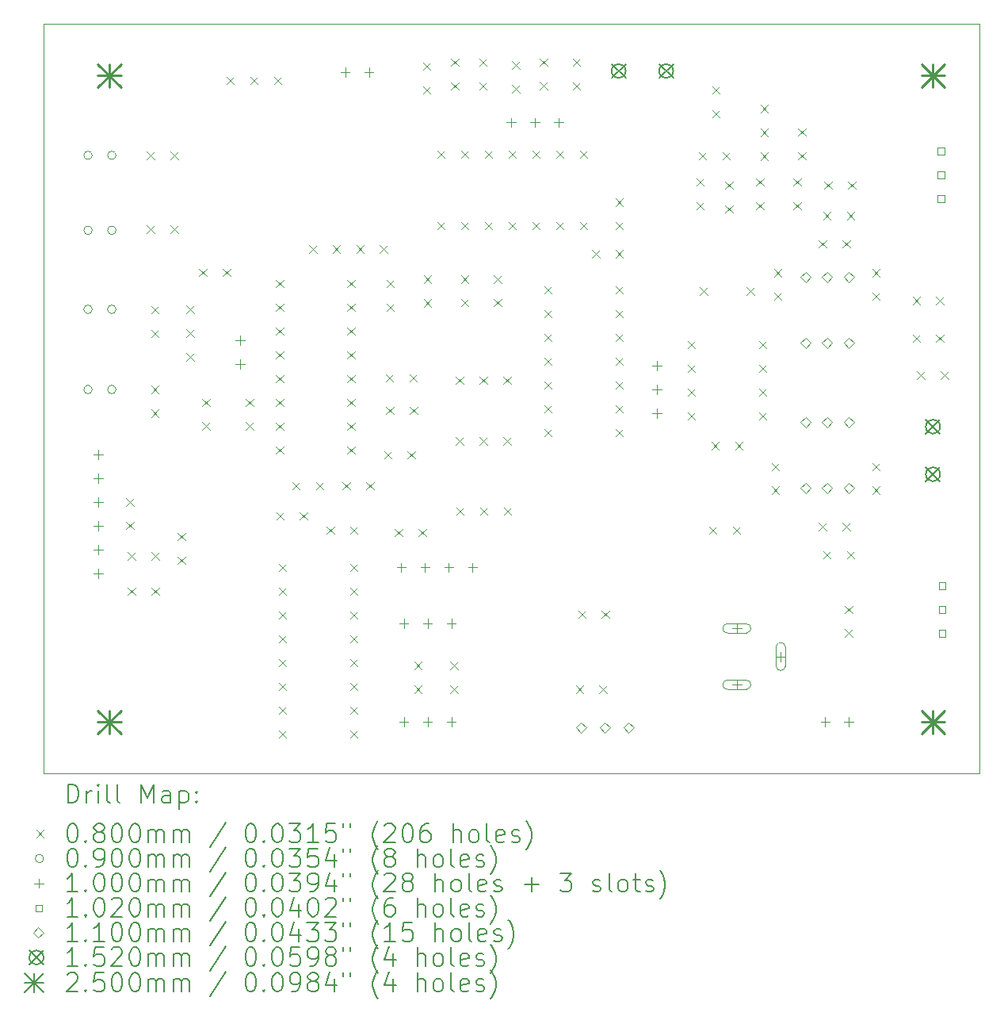
<source format=gbr>
%TF.GenerationSoftware,KiCad,Pcbnew,9.0.0*%
%TF.CreationDate,2025-04-11T23:35:57+03:30*%
%TF.ProjectId,sstc-v3,73737463-2d76-4332-9e6b-696361645f70,rev?*%
%TF.SameCoordinates,Original*%
%TF.FileFunction,Drillmap*%
%TF.FilePolarity,Positive*%
%FSLAX45Y45*%
G04 Gerber Fmt 4.5, Leading zero omitted, Abs format (unit mm)*
G04 Created by KiCad (PCBNEW 9.0.0) date 2025-04-11 23:35:57*
%MOMM*%
%LPD*%
G01*
G04 APERTURE LIST*
%ADD10C,0.050000*%
%ADD11C,0.200000*%
%ADD12C,0.100000*%
%ADD13C,0.102000*%
%ADD14C,0.110000*%
%ADD15C,0.152000*%
%ADD16C,0.250000*%
G04 APERTURE END LIST*
D10*
X1200000Y-1200000D02*
X11200000Y-1200000D01*
X11200000Y-9200000D01*
X1200000Y-9200000D01*
X1200000Y-1200000D01*
D11*
D12*
X2082250Y-6262000D02*
X2162250Y-6342000D01*
X2162250Y-6262000D02*
X2082250Y-6342000D01*
X2082250Y-6512000D02*
X2162250Y-6592000D01*
X2162250Y-6512000D02*
X2082250Y-6592000D01*
X2097750Y-6837000D02*
X2177750Y-6917000D01*
X2177750Y-6837000D02*
X2097750Y-6917000D01*
X2097750Y-7212000D02*
X2177750Y-7292000D01*
X2177750Y-7212000D02*
X2097750Y-7292000D01*
X2302000Y-2560000D02*
X2382000Y-2640000D01*
X2382000Y-2560000D02*
X2302000Y-2640000D01*
X2302000Y-3348000D02*
X2382000Y-3428000D01*
X2382000Y-3348000D02*
X2302000Y-3428000D01*
X2347000Y-4210500D02*
X2427000Y-4290500D01*
X2427000Y-4210500D02*
X2347000Y-4290500D01*
X2347000Y-4464500D02*
X2427000Y-4544500D01*
X2427000Y-4464500D02*
X2347000Y-4544500D01*
X2347000Y-5060500D02*
X2427000Y-5140500D01*
X2427000Y-5060500D02*
X2347000Y-5140500D01*
X2347000Y-5314500D02*
X2427000Y-5394500D01*
X2427000Y-5314500D02*
X2347000Y-5394500D01*
X2351750Y-6837000D02*
X2431750Y-6917000D01*
X2431750Y-6837000D02*
X2351750Y-6917000D01*
X2351750Y-7212000D02*
X2431750Y-7292000D01*
X2431750Y-7212000D02*
X2351750Y-7292000D01*
X2556000Y-2560000D02*
X2636000Y-2640000D01*
X2636000Y-2560000D02*
X2556000Y-2640000D01*
X2556000Y-3348000D02*
X2636000Y-3428000D01*
X2636000Y-3348000D02*
X2556000Y-3428000D01*
X2632250Y-6632000D02*
X2712250Y-6712000D01*
X2712250Y-6632000D02*
X2632250Y-6712000D01*
X2632250Y-6882000D02*
X2712250Y-6962000D01*
X2712250Y-6882000D02*
X2632250Y-6962000D01*
X2724000Y-4206000D02*
X2804000Y-4286000D01*
X2804000Y-4206000D02*
X2724000Y-4286000D01*
X2724000Y-4460000D02*
X2804000Y-4540000D01*
X2804000Y-4460000D02*
X2724000Y-4540000D01*
X2724000Y-4714000D02*
X2804000Y-4794000D01*
X2804000Y-4714000D02*
X2724000Y-4794000D01*
X2860000Y-3810000D02*
X2940000Y-3890000D01*
X2940000Y-3810000D02*
X2860000Y-3890000D01*
X2891500Y-5200000D02*
X2971500Y-5280000D01*
X2971500Y-5200000D02*
X2891500Y-5280000D01*
X2891500Y-5450000D02*
X2971500Y-5530000D01*
X2971500Y-5450000D02*
X2891500Y-5530000D01*
X3114000Y-3810000D02*
X3194000Y-3890000D01*
X3194000Y-3810000D02*
X3114000Y-3890000D01*
X3152000Y-1760000D02*
X3232000Y-1840000D01*
X3232000Y-1760000D02*
X3152000Y-1840000D01*
X3360000Y-5200000D02*
X3440000Y-5280000D01*
X3440000Y-5200000D02*
X3360000Y-5280000D01*
X3360000Y-5450000D02*
X3440000Y-5530000D01*
X3440000Y-5450000D02*
X3360000Y-5530000D01*
X3406000Y-1760000D02*
X3486000Y-1840000D01*
X3486000Y-1760000D02*
X3406000Y-1840000D01*
X3660000Y-1760000D02*
X3740000Y-1840000D01*
X3740000Y-1760000D02*
X3660000Y-1840000D01*
X3679500Y-3930000D02*
X3759500Y-4010000D01*
X3759500Y-3930000D02*
X3679500Y-4010000D01*
X3679500Y-4184000D02*
X3759500Y-4264000D01*
X3759500Y-4184000D02*
X3679500Y-4264000D01*
X3679500Y-4438000D02*
X3759500Y-4518000D01*
X3759500Y-4438000D02*
X3679500Y-4518000D01*
X3679500Y-4692000D02*
X3759500Y-4772000D01*
X3759500Y-4692000D02*
X3679500Y-4772000D01*
X3679500Y-4946000D02*
X3759500Y-5026000D01*
X3759500Y-4946000D02*
X3679500Y-5026000D01*
X3679500Y-5200000D02*
X3759500Y-5280000D01*
X3759500Y-5200000D02*
X3679500Y-5280000D01*
X3679500Y-5454000D02*
X3759500Y-5534000D01*
X3759500Y-5454000D02*
X3679500Y-5534000D01*
X3679500Y-5708000D02*
X3759500Y-5788000D01*
X3759500Y-5708000D02*
X3679500Y-5788000D01*
X3685000Y-6410000D02*
X3765000Y-6490000D01*
X3765000Y-6410000D02*
X3685000Y-6490000D01*
X3710000Y-6960000D02*
X3790000Y-7040000D01*
X3790000Y-6960000D02*
X3710000Y-7040000D01*
X3710000Y-7214000D02*
X3790000Y-7294000D01*
X3790000Y-7214000D02*
X3710000Y-7294000D01*
X3710000Y-7468000D02*
X3790000Y-7548000D01*
X3790000Y-7468000D02*
X3710000Y-7548000D01*
X3710000Y-7722000D02*
X3790000Y-7802000D01*
X3790000Y-7722000D02*
X3710000Y-7802000D01*
X3710000Y-7976000D02*
X3790000Y-8056000D01*
X3790000Y-7976000D02*
X3710000Y-8056000D01*
X3710000Y-8230000D02*
X3790000Y-8310000D01*
X3790000Y-8230000D02*
X3710000Y-8310000D01*
X3710000Y-8484000D02*
X3790000Y-8564000D01*
X3790000Y-8484000D02*
X3710000Y-8564000D01*
X3710000Y-8738000D02*
X3790000Y-8818000D01*
X3790000Y-8738000D02*
X3710000Y-8818000D01*
X3855500Y-6087000D02*
X3935500Y-6167000D01*
X3935500Y-6087000D02*
X3855500Y-6167000D01*
X3935000Y-6410000D02*
X4015000Y-6490000D01*
X4015000Y-6410000D02*
X3935000Y-6490000D01*
X4035000Y-3560000D02*
X4115000Y-3640000D01*
X4115000Y-3560000D02*
X4035000Y-3640000D01*
X4109500Y-6087000D02*
X4189500Y-6167000D01*
X4189500Y-6087000D02*
X4109500Y-6167000D01*
X4222000Y-6560000D02*
X4302000Y-6640000D01*
X4302000Y-6560000D02*
X4222000Y-6640000D01*
X4285000Y-3560000D02*
X4365000Y-3640000D01*
X4365000Y-3560000D02*
X4285000Y-3640000D01*
X4391500Y-6087000D02*
X4471500Y-6167000D01*
X4471500Y-6087000D02*
X4391500Y-6167000D01*
X4441500Y-3930000D02*
X4521500Y-4010000D01*
X4521500Y-3930000D02*
X4441500Y-4010000D01*
X4441500Y-4184000D02*
X4521500Y-4264000D01*
X4521500Y-4184000D02*
X4441500Y-4264000D01*
X4441500Y-4438000D02*
X4521500Y-4518000D01*
X4521500Y-4438000D02*
X4441500Y-4518000D01*
X4441500Y-4692000D02*
X4521500Y-4772000D01*
X4521500Y-4692000D02*
X4441500Y-4772000D01*
X4441500Y-4946000D02*
X4521500Y-5026000D01*
X4521500Y-4946000D02*
X4441500Y-5026000D01*
X4441500Y-5200000D02*
X4521500Y-5280000D01*
X4521500Y-5200000D02*
X4441500Y-5280000D01*
X4441500Y-5454000D02*
X4521500Y-5534000D01*
X4521500Y-5454000D02*
X4441500Y-5534000D01*
X4441500Y-5708000D02*
X4521500Y-5788000D01*
X4521500Y-5708000D02*
X4441500Y-5788000D01*
X4472000Y-6560000D02*
X4552000Y-6640000D01*
X4552000Y-6560000D02*
X4472000Y-6640000D01*
X4472000Y-6960000D02*
X4552000Y-7040000D01*
X4552000Y-6960000D02*
X4472000Y-7040000D01*
X4472000Y-7214000D02*
X4552000Y-7294000D01*
X4552000Y-7214000D02*
X4472000Y-7294000D01*
X4472000Y-7468000D02*
X4552000Y-7548000D01*
X4552000Y-7468000D02*
X4472000Y-7548000D01*
X4472000Y-7722000D02*
X4552000Y-7802000D01*
X4552000Y-7722000D02*
X4472000Y-7802000D01*
X4472000Y-7976000D02*
X4552000Y-8056000D01*
X4552000Y-7976000D02*
X4472000Y-8056000D01*
X4472000Y-8230000D02*
X4552000Y-8310000D01*
X4552000Y-8230000D02*
X4472000Y-8310000D01*
X4472000Y-8484000D02*
X4552000Y-8564000D01*
X4552000Y-8484000D02*
X4472000Y-8564000D01*
X4472000Y-8738000D02*
X4552000Y-8818000D01*
X4552000Y-8738000D02*
X4472000Y-8818000D01*
X4540000Y-3560000D02*
X4620000Y-3640000D01*
X4620000Y-3560000D02*
X4540000Y-3640000D01*
X4645500Y-6087000D02*
X4725500Y-6167000D01*
X4725500Y-6087000D02*
X4645500Y-6167000D01*
X4790000Y-3560000D02*
X4870000Y-3640000D01*
X4870000Y-3560000D02*
X4790000Y-3640000D01*
X4836500Y-5760000D02*
X4916500Y-5840000D01*
X4916500Y-5760000D02*
X4836500Y-5840000D01*
X4852000Y-4935000D02*
X4932000Y-5015000D01*
X4932000Y-4935000D02*
X4852000Y-5015000D01*
X4856000Y-5285000D02*
X4936000Y-5365000D01*
X4936000Y-5285000D02*
X4856000Y-5365000D01*
X4860000Y-3928000D02*
X4940000Y-4008000D01*
X4940000Y-3928000D02*
X4860000Y-4008000D01*
X4860000Y-4182000D02*
X4940000Y-4262000D01*
X4940000Y-4182000D02*
X4860000Y-4262000D01*
X4950000Y-6589000D02*
X5030000Y-6669000D01*
X5030000Y-6589000D02*
X4950000Y-6669000D01*
X5086500Y-5760000D02*
X5166500Y-5840000D01*
X5166500Y-5760000D02*
X5086500Y-5840000D01*
X5106000Y-4935000D02*
X5186000Y-5015000D01*
X5186000Y-4935000D02*
X5106000Y-5015000D01*
X5110000Y-5285000D02*
X5190000Y-5365000D01*
X5190000Y-5285000D02*
X5110000Y-5365000D01*
X5160000Y-8005500D02*
X5240000Y-8085500D01*
X5240000Y-8005500D02*
X5160000Y-8085500D01*
X5160000Y-8259500D02*
X5240000Y-8339500D01*
X5240000Y-8259500D02*
X5160000Y-8339500D01*
X5204000Y-6589000D02*
X5284000Y-6669000D01*
X5284000Y-6589000D02*
X5204000Y-6669000D01*
X5252000Y-1610000D02*
X5332000Y-1690000D01*
X5332000Y-1610000D02*
X5252000Y-1690000D01*
X5252000Y-1864000D02*
X5332000Y-1944000D01*
X5332000Y-1864000D02*
X5252000Y-1944000D01*
X5260000Y-3883000D02*
X5340000Y-3963000D01*
X5340000Y-3883000D02*
X5260000Y-3963000D01*
X5260000Y-4137000D02*
X5340000Y-4217000D01*
X5340000Y-4137000D02*
X5260000Y-4217000D01*
X5406000Y-2548000D02*
X5486000Y-2628000D01*
X5486000Y-2548000D02*
X5406000Y-2628000D01*
X5406000Y-3310000D02*
X5486000Y-3390000D01*
X5486000Y-3310000D02*
X5406000Y-3390000D01*
X5544000Y-8005500D02*
X5624000Y-8085500D01*
X5624000Y-8005500D02*
X5544000Y-8085500D01*
X5544000Y-8259500D02*
X5624000Y-8339500D01*
X5624000Y-8259500D02*
X5544000Y-8339500D01*
X5552000Y-1565000D02*
X5632000Y-1645000D01*
X5632000Y-1565000D02*
X5552000Y-1645000D01*
X5552000Y-1819000D02*
X5632000Y-1899000D01*
X5632000Y-1819000D02*
X5552000Y-1899000D01*
X5602000Y-4960000D02*
X5682000Y-5040000D01*
X5682000Y-4960000D02*
X5602000Y-5040000D01*
X5602000Y-5610000D02*
X5682000Y-5690000D01*
X5682000Y-5610000D02*
X5602000Y-5690000D01*
X5605000Y-6360000D02*
X5685000Y-6440000D01*
X5685000Y-6360000D02*
X5605000Y-6440000D01*
X5660000Y-2548000D02*
X5740000Y-2628000D01*
X5740000Y-2548000D02*
X5660000Y-2628000D01*
X5660000Y-3310000D02*
X5740000Y-3390000D01*
X5740000Y-3310000D02*
X5660000Y-3390000D01*
X5660000Y-3883000D02*
X5740000Y-3963000D01*
X5740000Y-3883000D02*
X5660000Y-3963000D01*
X5660000Y-4133000D02*
X5740000Y-4213000D01*
X5740000Y-4133000D02*
X5660000Y-4213000D01*
X5852000Y-1565000D02*
X5932000Y-1645000D01*
X5932000Y-1565000D02*
X5852000Y-1645000D01*
X5852000Y-1819000D02*
X5932000Y-1899000D01*
X5932000Y-1819000D02*
X5852000Y-1899000D01*
X5856000Y-4960000D02*
X5936000Y-5040000D01*
X5936000Y-4960000D02*
X5856000Y-5040000D01*
X5856000Y-5610000D02*
X5936000Y-5690000D01*
X5936000Y-5610000D02*
X5856000Y-5690000D01*
X5859000Y-6360000D02*
X5939000Y-6440000D01*
X5939000Y-6360000D02*
X5859000Y-6440000D01*
X5914000Y-2548000D02*
X5994000Y-2628000D01*
X5994000Y-2548000D02*
X5914000Y-2628000D01*
X5914000Y-3310000D02*
X5994000Y-3390000D01*
X5994000Y-3310000D02*
X5914000Y-3390000D01*
X6010000Y-3883000D02*
X6090000Y-3963000D01*
X6090000Y-3883000D02*
X6010000Y-3963000D01*
X6010000Y-4133000D02*
X6090000Y-4213000D01*
X6090000Y-4133000D02*
X6010000Y-4213000D01*
X6110000Y-4960000D02*
X6190000Y-5040000D01*
X6190000Y-4960000D02*
X6110000Y-5040000D01*
X6110000Y-5610000D02*
X6190000Y-5690000D01*
X6190000Y-5610000D02*
X6110000Y-5690000D01*
X6113000Y-6360000D02*
X6193000Y-6440000D01*
X6193000Y-6360000D02*
X6113000Y-6440000D01*
X6168000Y-2548000D02*
X6248000Y-2628000D01*
X6248000Y-2548000D02*
X6168000Y-2628000D01*
X6168000Y-3310000D02*
X6248000Y-3390000D01*
X6248000Y-3310000D02*
X6168000Y-3390000D01*
X6202000Y-1596137D02*
X6282000Y-1676137D01*
X6282000Y-1596137D02*
X6202000Y-1676137D01*
X6202000Y-1850137D02*
X6282000Y-1930137D01*
X6282000Y-1850137D02*
X6202000Y-1930137D01*
X6422000Y-2548000D02*
X6502000Y-2628000D01*
X6502000Y-2548000D02*
X6422000Y-2628000D01*
X6422000Y-3310000D02*
X6502000Y-3390000D01*
X6502000Y-3310000D02*
X6422000Y-3390000D01*
X6502000Y-1565000D02*
X6582000Y-1645000D01*
X6582000Y-1565000D02*
X6502000Y-1645000D01*
X6502000Y-1815000D02*
X6582000Y-1895000D01*
X6582000Y-1815000D02*
X6502000Y-1895000D01*
X6548000Y-3998000D02*
X6628000Y-4078000D01*
X6628000Y-3998000D02*
X6548000Y-4078000D01*
X6548000Y-4252000D02*
X6628000Y-4332000D01*
X6628000Y-4252000D02*
X6548000Y-4332000D01*
X6548000Y-4506000D02*
X6628000Y-4586000D01*
X6628000Y-4506000D02*
X6548000Y-4586000D01*
X6548000Y-4760000D02*
X6628000Y-4840000D01*
X6628000Y-4760000D02*
X6548000Y-4840000D01*
X6548000Y-5014000D02*
X6628000Y-5094000D01*
X6628000Y-5014000D02*
X6548000Y-5094000D01*
X6548000Y-5268000D02*
X6628000Y-5348000D01*
X6628000Y-5268000D02*
X6548000Y-5348000D01*
X6548000Y-5522000D02*
X6628000Y-5602000D01*
X6628000Y-5522000D02*
X6548000Y-5602000D01*
X6676000Y-2548000D02*
X6756000Y-2628000D01*
X6756000Y-2548000D02*
X6676000Y-2628000D01*
X6676000Y-3310000D02*
X6756000Y-3390000D01*
X6756000Y-3310000D02*
X6676000Y-3390000D01*
X6852000Y-1565000D02*
X6932000Y-1645000D01*
X6932000Y-1565000D02*
X6852000Y-1645000D01*
X6852000Y-1819000D02*
X6932000Y-1899000D01*
X6932000Y-1819000D02*
X6852000Y-1899000D01*
X6885000Y-8260000D02*
X6965000Y-8340000D01*
X6965000Y-8260000D02*
X6885000Y-8340000D01*
X6910000Y-7460000D02*
X6990000Y-7540000D01*
X6990000Y-7460000D02*
X6910000Y-7540000D01*
X6930000Y-2548000D02*
X7010000Y-2628000D01*
X7010000Y-2548000D02*
X6930000Y-2628000D01*
X6930000Y-3310000D02*
X7010000Y-3390000D01*
X7010000Y-3310000D02*
X6930000Y-3390000D01*
X7060000Y-3610000D02*
X7140000Y-3690000D01*
X7140000Y-3610000D02*
X7060000Y-3690000D01*
X7135000Y-8260000D02*
X7215000Y-8340000D01*
X7215000Y-8260000D02*
X7135000Y-8340000D01*
X7160000Y-7460000D02*
X7240000Y-7540000D01*
X7240000Y-7460000D02*
X7160000Y-7540000D01*
X7310000Y-3060000D02*
X7390000Y-3140000D01*
X7390000Y-3060000D02*
X7310000Y-3140000D01*
X7310000Y-3310000D02*
X7390000Y-3390000D01*
X7390000Y-3310000D02*
X7310000Y-3390000D01*
X7310000Y-3610000D02*
X7390000Y-3690000D01*
X7390000Y-3610000D02*
X7310000Y-3690000D01*
X7310000Y-3998000D02*
X7390000Y-4078000D01*
X7390000Y-3998000D02*
X7310000Y-4078000D01*
X7310000Y-4252000D02*
X7390000Y-4332000D01*
X7390000Y-4252000D02*
X7310000Y-4332000D01*
X7310000Y-4506000D02*
X7390000Y-4586000D01*
X7390000Y-4506000D02*
X7310000Y-4586000D01*
X7310000Y-4760000D02*
X7390000Y-4840000D01*
X7390000Y-4760000D02*
X7310000Y-4840000D01*
X7310000Y-5014000D02*
X7390000Y-5094000D01*
X7390000Y-5014000D02*
X7310000Y-5094000D01*
X7310000Y-5268000D02*
X7390000Y-5348000D01*
X7390000Y-5268000D02*
X7310000Y-5348000D01*
X7310000Y-5522000D02*
X7390000Y-5602000D01*
X7390000Y-5522000D02*
X7310000Y-5602000D01*
X8079500Y-4579000D02*
X8159500Y-4659000D01*
X8159500Y-4579000D02*
X8079500Y-4659000D01*
X8079500Y-4833000D02*
X8159500Y-4913000D01*
X8159500Y-4833000D02*
X8079500Y-4913000D01*
X8079500Y-5087000D02*
X8159500Y-5167000D01*
X8159500Y-5087000D02*
X8079500Y-5167000D01*
X8079500Y-5341000D02*
X8159500Y-5421000D01*
X8159500Y-5341000D02*
X8079500Y-5421000D01*
X8174500Y-2847568D02*
X8254500Y-2927568D01*
X8254500Y-2847568D02*
X8174500Y-2927568D01*
X8174500Y-3097568D02*
X8254500Y-3177568D01*
X8254500Y-3097568D02*
X8174500Y-3177568D01*
X8199500Y-2564500D02*
X8279500Y-2644500D01*
X8279500Y-2564500D02*
X8199500Y-2644500D01*
X8210000Y-4010000D02*
X8290000Y-4090000D01*
X8290000Y-4010000D02*
X8210000Y-4090000D01*
X8310000Y-6560000D02*
X8390000Y-6640000D01*
X8390000Y-6560000D02*
X8310000Y-6640000D01*
X8335000Y-5660000D02*
X8415000Y-5740000D01*
X8415000Y-5660000D02*
X8335000Y-5740000D01*
X8340000Y-1864000D02*
X8420000Y-1944000D01*
X8420000Y-1864000D02*
X8340000Y-1944000D01*
X8340000Y-2118000D02*
X8420000Y-2198000D01*
X8420000Y-2118000D02*
X8340000Y-2198000D01*
X8453500Y-2564500D02*
X8533500Y-2644500D01*
X8533500Y-2564500D02*
X8453500Y-2644500D01*
X8479500Y-2878706D02*
X8559500Y-2958706D01*
X8559500Y-2878706D02*
X8479500Y-2958706D01*
X8479500Y-3132706D02*
X8559500Y-3212706D01*
X8559500Y-3132706D02*
X8479500Y-3212706D01*
X8560000Y-6560000D02*
X8640000Y-6640000D01*
X8640000Y-6560000D02*
X8560000Y-6640000D01*
X8585000Y-5660000D02*
X8665000Y-5740000D01*
X8665000Y-5660000D02*
X8585000Y-5740000D01*
X8710000Y-4010000D02*
X8790000Y-4090000D01*
X8790000Y-4010000D02*
X8710000Y-4090000D01*
X8810500Y-2847568D02*
X8890500Y-2927568D01*
X8890500Y-2847568D02*
X8810500Y-2927568D01*
X8810500Y-3101568D02*
X8890500Y-3181568D01*
X8890500Y-3101568D02*
X8810500Y-3181568D01*
X8841500Y-4579000D02*
X8921500Y-4659000D01*
X8921500Y-4579000D02*
X8841500Y-4659000D01*
X8841500Y-4833000D02*
X8921500Y-4913000D01*
X8921500Y-4833000D02*
X8841500Y-4913000D01*
X8841500Y-5087000D02*
X8921500Y-5167000D01*
X8921500Y-5087000D02*
X8841500Y-5167000D01*
X8841500Y-5341000D02*
X8921500Y-5421000D01*
X8921500Y-5341000D02*
X8841500Y-5421000D01*
X8860000Y-2060500D02*
X8940000Y-2140500D01*
X8940000Y-2060500D02*
X8860000Y-2140500D01*
X8860000Y-2314500D02*
X8940000Y-2394500D01*
X8940000Y-2314500D02*
X8860000Y-2394500D01*
X8860000Y-2568500D02*
X8940000Y-2648500D01*
X8940000Y-2568500D02*
X8860000Y-2648500D01*
X8977000Y-5883000D02*
X9057000Y-5963000D01*
X9057000Y-5883000D02*
X8977000Y-5963000D01*
X8977000Y-6133000D02*
X9057000Y-6213000D01*
X9057000Y-6133000D02*
X8977000Y-6213000D01*
X9002000Y-3813000D02*
X9082000Y-3893000D01*
X9082000Y-3813000D02*
X9002000Y-3893000D01*
X9002000Y-4063000D02*
X9082000Y-4143000D01*
X9082000Y-4063000D02*
X9002000Y-4143000D01*
X9210500Y-2847568D02*
X9290500Y-2927568D01*
X9290500Y-2847568D02*
X9210500Y-2927568D01*
X9210500Y-3101568D02*
X9290500Y-3181568D01*
X9290500Y-3101568D02*
X9210500Y-3181568D01*
X9260000Y-2310500D02*
X9340000Y-2390500D01*
X9340000Y-2310500D02*
X9260000Y-2390500D01*
X9260000Y-2564500D02*
X9340000Y-2644500D01*
X9340000Y-2564500D02*
X9260000Y-2644500D01*
X9481000Y-3506000D02*
X9561000Y-3586000D01*
X9561000Y-3506000D02*
X9481000Y-3586000D01*
X9481000Y-6525175D02*
X9561000Y-6605175D01*
X9561000Y-6525175D02*
X9481000Y-6605175D01*
X9526000Y-3206000D02*
X9606000Y-3286000D01*
X9606000Y-3206000D02*
X9526000Y-3286000D01*
X9526000Y-6825175D02*
X9606000Y-6905175D01*
X9606000Y-6825175D02*
X9526000Y-6905175D01*
X9539069Y-2878706D02*
X9619069Y-2958706D01*
X9619069Y-2878706D02*
X9539069Y-2958706D01*
X9735000Y-3506000D02*
X9815000Y-3586000D01*
X9815000Y-3506000D02*
X9735000Y-3586000D01*
X9735000Y-6525175D02*
X9815000Y-6605175D01*
X9815000Y-6525175D02*
X9735000Y-6605175D01*
X9760000Y-7410000D02*
X9840000Y-7490000D01*
X9840000Y-7410000D02*
X9760000Y-7490000D01*
X9760000Y-7660000D02*
X9840000Y-7740000D01*
X9840000Y-7660000D02*
X9760000Y-7740000D01*
X9780000Y-3206000D02*
X9860000Y-3286000D01*
X9860000Y-3206000D02*
X9780000Y-3286000D01*
X9780000Y-6825175D02*
X9860000Y-6905175D01*
X9860000Y-6825175D02*
X9780000Y-6905175D01*
X9793069Y-2878706D02*
X9873069Y-2958706D01*
X9873069Y-2878706D02*
X9793069Y-2958706D01*
X10052000Y-3813000D02*
X10132000Y-3893000D01*
X10132000Y-3813000D02*
X10052000Y-3893000D01*
X10052000Y-4063000D02*
X10132000Y-4143000D01*
X10132000Y-4063000D02*
X10052000Y-4143000D01*
X10052000Y-5883000D02*
X10132000Y-5963000D01*
X10132000Y-5883000D02*
X10052000Y-5963000D01*
X10052000Y-6133000D02*
X10132000Y-6213000D01*
X10132000Y-6133000D02*
X10052000Y-6213000D01*
X10485000Y-4110000D02*
X10565000Y-4190000D01*
X10565000Y-4110000D02*
X10485000Y-4190000D01*
X10485000Y-4511000D02*
X10565000Y-4591000D01*
X10565000Y-4511000D02*
X10485000Y-4591000D01*
X10530000Y-4906000D02*
X10610000Y-4986000D01*
X10610000Y-4906000D02*
X10530000Y-4986000D01*
X10735000Y-4110000D02*
X10815000Y-4190000D01*
X10815000Y-4110000D02*
X10735000Y-4190000D01*
X10735000Y-4511000D02*
X10815000Y-4591000D01*
X10815000Y-4511000D02*
X10735000Y-4591000D01*
X10784000Y-4906000D02*
X10864000Y-4986000D01*
X10864000Y-4906000D02*
X10784000Y-4986000D01*
X1717500Y-2600000D02*
G75*
G02*
X1627500Y-2600000I-45000J0D01*
G01*
X1627500Y-2600000D02*
G75*
G02*
X1717500Y-2600000I45000J0D01*
G01*
X1717500Y-3400000D02*
G75*
G02*
X1627500Y-3400000I-45000J0D01*
G01*
X1627500Y-3400000D02*
G75*
G02*
X1717500Y-3400000I45000J0D01*
G01*
X1717500Y-4244000D02*
G75*
G02*
X1627500Y-4244000I-45000J0D01*
G01*
X1627500Y-4244000D02*
G75*
G02*
X1717500Y-4244000I45000J0D01*
G01*
X1717500Y-5100000D02*
G75*
G02*
X1627500Y-5100000I-45000J0D01*
G01*
X1627500Y-5100000D02*
G75*
G02*
X1717500Y-5100000I45000J0D01*
G01*
X1971500Y-2600000D02*
G75*
G02*
X1881500Y-2600000I-45000J0D01*
G01*
X1881500Y-2600000D02*
G75*
G02*
X1971500Y-2600000I45000J0D01*
G01*
X1971500Y-3400000D02*
G75*
G02*
X1881500Y-3400000I-45000J0D01*
G01*
X1881500Y-3400000D02*
G75*
G02*
X1971500Y-3400000I45000J0D01*
G01*
X1971500Y-4244000D02*
G75*
G02*
X1881500Y-4244000I-45000J0D01*
G01*
X1881500Y-4244000D02*
G75*
G02*
X1971500Y-4244000I45000J0D01*
G01*
X1971500Y-5100000D02*
G75*
G02*
X1881500Y-5100000I-45000J0D01*
G01*
X1881500Y-5100000D02*
G75*
G02*
X1971500Y-5100000I45000J0D01*
G01*
X1779750Y-5742000D02*
X1779750Y-5842000D01*
X1729750Y-5792000D02*
X1829750Y-5792000D01*
X1779750Y-5996000D02*
X1779750Y-6096000D01*
X1729750Y-6046000D02*
X1829750Y-6046000D01*
X1779750Y-6250000D02*
X1779750Y-6350000D01*
X1729750Y-6300000D02*
X1829750Y-6300000D01*
X1779750Y-6504000D02*
X1779750Y-6604000D01*
X1729750Y-6554000D02*
X1829750Y-6554000D01*
X1779750Y-6758000D02*
X1779750Y-6858000D01*
X1729750Y-6808000D02*
X1829750Y-6808000D01*
X1779750Y-7012000D02*
X1779750Y-7112000D01*
X1729750Y-7062000D02*
X1829750Y-7062000D01*
X3300000Y-4522500D02*
X3300000Y-4622500D01*
X3250000Y-4572500D02*
X3350000Y-4572500D01*
X3300000Y-4776500D02*
X3300000Y-4876500D01*
X3250000Y-4826500D02*
X3350000Y-4826500D01*
X4420000Y-1660000D02*
X4420000Y-1760000D01*
X4370000Y-1710000D02*
X4470000Y-1710000D01*
X4674000Y-1660000D02*
X4674000Y-1760000D01*
X4624000Y-1710000D02*
X4724000Y-1710000D01*
X5020000Y-6950000D02*
X5020000Y-7050000D01*
X4970000Y-7000000D02*
X5070000Y-7000000D01*
X5046000Y-7550000D02*
X5046000Y-7650000D01*
X4996000Y-7600000D02*
X5096000Y-7600000D01*
X5046000Y-8600000D02*
X5046000Y-8700000D01*
X4996000Y-8650000D02*
X5096000Y-8650000D01*
X5274000Y-6950000D02*
X5274000Y-7050000D01*
X5224000Y-7000000D02*
X5324000Y-7000000D01*
X5300000Y-7550000D02*
X5300000Y-7650000D01*
X5250000Y-7600000D02*
X5350000Y-7600000D01*
X5300000Y-8600000D02*
X5300000Y-8700000D01*
X5250000Y-8650000D02*
X5350000Y-8650000D01*
X5528000Y-6950000D02*
X5528000Y-7050000D01*
X5478000Y-7000000D02*
X5578000Y-7000000D01*
X5554000Y-7550000D02*
X5554000Y-7650000D01*
X5504000Y-7600000D02*
X5604000Y-7600000D01*
X5554000Y-8600000D02*
X5554000Y-8700000D01*
X5504000Y-8650000D02*
X5604000Y-8650000D01*
X5782000Y-6950000D02*
X5782000Y-7050000D01*
X5732000Y-7000000D02*
X5832000Y-7000000D01*
X6192000Y-2200000D02*
X6192000Y-2300000D01*
X6142000Y-2250000D02*
X6242000Y-2250000D01*
X6446000Y-2200000D02*
X6446000Y-2300000D01*
X6396000Y-2250000D02*
X6496000Y-2250000D01*
X6700000Y-2200000D02*
X6700000Y-2300000D01*
X6650000Y-2250000D02*
X6750000Y-2250000D01*
X7750000Y-4792000D02*
X7750000Y-4892000D01*
X7700000Y-4842000D02*
X7800000Y-4842000D01*
X7750000Y-5046000D02*
X7750000Y-5146000D01*
X7700000Y-5096000D02*
X7800000Y-5096000D01*
X7750000Y-5300000D02*
X7750000Y-5400000D01*
X7700000Y-5350000D02*
X7800000Y-5350000D01*
X8604250Y-7600000D02*
X8604250Y-7700000D01*
X8554250Y-7650000D02*
X8654250Y-7650000D01*
X8504250Y-7700000D02*
X8704250Y-7700000D01*
X8704250Y-7600000D02*
G75*
G02*
X8704250Y-7700000I0J-50000D01*
G01*
X8704250Y-7600000D02*
X8504250Y-7600000D01*
X8504250Y-7600000D02*
G75*
G03*
X8504250Y-7700000I0J-50000D01*
G01*
X8604250Y-8200000D02*
X8604250Y-8300000D01*
X8554250Y-8250000D02*
X8654250Y-8250000D01*
X8504250Y-8300000D02*
X8704250Y-8300000D01*
X8704250Y-8200000D02*
G75*
G02*
X8704250Y-8300000I0J-50000D01*
G01*
X8704250Y-8200000D02*
X8504250Y-8200000D01*
X8504250Y-8200000D02*
G75*
G03*
X8504250Y-8300000I0J-50000D01*
G01*
X9074250Y-7900000D02*
X9074250Y-8000000D01*
X9024250Y-7950000D02*
X9124250Y-7950000D01*
X9124250Y-8050000D02*
X9124250Y-7850000D01*
X9024250Y-7850000D02*
G75*
G02*
X9124250Y-7850000I50000J0D01*
G01*
X9024250Y-7850000D02*
X9024250Y-8050000D01*
X9024250Y-8050000D02*
G75*
G03*
X9124250Y-8050000I50000J0D01*
G01*
X9550000Y-8600000D02*
X9550000Y-8700000D01*
X9500000Y-8650000D02*
X9600000Y-8650000D01*
X9800000Y-8600000D02*
X9800000Y-8700000D01*
X9750000Y-8650000D02*
X9850000Y-8650000D01*
D13*
X10823563Y-2590063D02*
X10823563Y-2517937D01*
X10751437Y-2517937D01*
X10751437Y-2590063D01*
X10823563Y-2590063D01*
X10823563Y-2844063D02*
X10823563Y-2771937D01*
X10751437Y-2771937D01*
X10751437Y-2844063D01*
X10823563Y-2844063D01*
X10823563Y-3098063D02*
X10823563Y-3025937D01*
X10751437Y-3025937D01*
X10751437Y-3098063D01*
X10823563Y-3098063D01*
X10836063Y-7232063D02*
X10836063Y-7159937D01*
X10763937Y-7159937D01*
X10763937Y-7232063D01*
X10836063Y-7232063D01*
X10836063Y-7486063D02*
X10836063Y-7413937D01*
X10763937Y-7413937D01*
X10763937Y-7486063D01*
X10836063Y-7486063D01*
X10836063Y-7740063D02*
X10836063Y-7667937D01*
X10763937Y-7667937D01*
X10763937Y-7740063D01*
X10836063Y-7740063D01*
D14*
X6938250Y-8765000D02*
X6993250Y-8710000D01*
X6938250Y-8655000D01*
X6883250Y-8710000D01*
X6938250Y-8765000D01*
X7192250Y-8765000D02*
X7247250Y-8710000D01*
X7192250Y-8655000D01*
X7137250Y-8710000D01*
X7192250Y-8765000D01*
X7446250Y-8765000D02*
X7501250Y-8710000D01*
X7446250Y-8655000D01*
X7391250Y-8710000D01*
X7446250Y-8765000D01*
X9342000Y-3955000D02*
X9397000Y-3900000D01*
X9342000Y-3845000D01*
X9287000Y-3900000D01*
X9342000Y-3955000D01*
X9342000Y-4655000D02*
X9397000Y-4600000D01*
X9342000Y-4545000D01*
X9287000Y-4600000D01*
X9342000Y-4655000D01*
X9342000Y-5505000D02*
X9397000Y-5450000D01*
X9342000Y-5395000D01*
X9287000Y-5450000D01*
X9342000Y-5505000D01*
X9342000Y-6205000D02*
X9397000Y-6150000D01*
X9342000Y-6095000D01*
X9287000Y-6150000D01*
X9342000Y-6205000D01*
X9571000Y-3955000D02*
X9626000Y-3900000D01*
X9571000Y-3845000D01*
X9516000Y-3900000D01*
X9571000Y-3955000D01*
X9571000Y-4655000D02*
X9626000Y-4600000D01*
X9571000Y-4545000D01*
X9516000Y-4600000D01*
X9571000Y-4655000D01*
X9571000Y-5505000D02*
X9626000Y-5450000D01*
X9571000Y-5395000D01*
X9516000Y-5450000D01*
X9571000Y-5505000D01*
X9571000Y-6205000D02*
X9626000Y-6150000D01*
X9571000Y-6095000D01*
X9516000Y-6150000D01*
X9571000Y-6205000D01*
X9800000Y-3955000D02*
X9855000Y-3900000D01*
X9800000Y-3845000D01*
X9745000Y-3900000D01*
X9800000Y-3955000D01*
X9800000Y-4655000D02*
X9855000Y-4600000D01*
X9800000Y-4545000D01*
X9745000Y-4600000D01*
X9800000Y-4655000D01*
X9800000Y-5505000D02*
X9855000Y-5450000D01*
X9800000Y-5395000D01*
X9745000Y-5450000D01*
X9800000Y-5505000D01*
X9800000Y-6205000D02*
X9855000Y-6150000D01*
X9800000Y-6095000D01*
X9745000Y-6150000D01*
X9800000Y-6205000D01*
D15*
X7266000Y-1624000D02*
X7418000Y-1776000D01*
X7418000Y-1624000D02*
X7266000Y-1776000D01*
X7418000Y-1700000D02*
G75*
G02*
X7266000Y-1700000I-76000J0D01*
G01*
X7266000Y-1700000D02*
G75*
G02*
X7418000Y-1700000I76000J0D01*
G01*
X7774000Y-1624000D02*
X7926000Y-1776000D01*
X7926000Y-1624000D02*
X7774000Y-1776000D01*
X7926000Y-1700000D02*
G75*
G02*
X7774000Y-1700000I-76000J0D01*
G01*
X7774000Y-1700000D02*
G75*
G02*
X7926000Y-1700000I76000J0D01*
G01*
X10624000Y-5420000D02*
X10776000Y-5572000D01*
X10776000Y-5420000D02*
X10624000Y-5572000D01*
X10776000Y-5496000D02*
G75*
G02*
X10624000Y-5496000I-76000J0D01*
G01*
X10624000Y-5496000D02*
G75*
G02*
X10776000Y-5496000I76000J0D01*
G01*
X10624000Y-5928000D02*
X10776000Y-6080000D01*
X10776000Y-5928000D02*
X10624000Y-6080000D01*
X10776000Y-6004000D02*
G75*
G02*
X10624000Y-6004000I-76000J0D01*
G01*
X10624000Y-6004000D02*
G75*
G02*
X10776000Y-6004000I76000J0D01*
G01*
D16*
X1775000Y-1625000D02*
X2025000Y-1875000D01*
X2025000Y-1625000D02*
X1775000Y-1875000D01*
X1900000Y-1625000D02*
X1900000Y-1875000D01*
X1775000Y-1750000D02*
X2025000Y-1750000D01*
X1775000Y-8525000D02*
X2025000Y-8775000D01*
X2025000Y-8525000D02*
X1775000Y-8775000D01*
X1900000Y-8525000D02*
X1900000Y-8775000D01*
X1775000Y-8650000D02*
X2025000Y-8650000D01*
X10575000Y-1625000D02*
X10825000Y-1875000D01*
X10825000Y-1625000D02*
X10575000Y-1875000D01*
X10700000Y-1625000D02*
X10700000Y-1875000D01*
X10575000Y-1750000D02*
X10825000Y-1750000D01*
X10575000Y-8525000D02*
X10825000Y-8775000D01*
X10825000Y-8525000D02*
X10575000Y-8775000D01*
X10700000Y-8525000D02*
X10700000Y-8775000D01*
X10575000Y-8650000D02*
X10825000Y-8650000D01*
D11*
X1458277Y-9513984D02*
X1458277Y-9313984D01*
X1458277Y-9313984D02*
X1505896Y-9313984D01*
X1505896Y-9313984D02*
X1534467Y-9323508D01*
X1534467Y-9323508D02*
X1553515Y-9342555D01*
X1553515Y-9342555D02*
X1563039Y-9361603D01*
X1563039Y-9361603D02*
X1572562Y-9399698D01*
X1572562Y-9399698D02*
X1572562Y-9428270D01*
X1572562Y-9428270D02*
X1563039Y-9466365D01*
X1563039Y-9466365D02*
X1553515Y-9485412D01*
X1553515Y-9485412D02*
X1534467Y-9504460D01*
X1534467Y-9504460D02*
X1505896Y-9513984D01*
X1505896Y-9513984D02*
X1458277Y-9513984D01*
X1658277Y-9513984D02*
X1658277Y-9380650D01*
X1658277Y-9418746D02*
X1667801Y-9399698D01*
X1667801Y-9399698D02*
X1677324Y-9390174D01*
X1677324Y-9390174D02*
X1696372Y-9380650D01*
X1696372Y-9380650D02*
X1715420Y-9380650D01*
X1782086Y-9513984D02*
X1782086Y-9380650D01*
X1782086Y-9313984D02*
X1772562Y-9323508D01*
X1772562Y-9323508D02*
X1782086Y-9333031D01*
X1782086Y-9333031D02*
X1791610Y-9323508D01*
X1791610Y-9323508D02*
X1782086Y-9313984D01*
X1782086Y-9313984D02*
X1782086Y-9333031D01*
X1905896Y-9513984D02*
X1886848Y-9504460D01*
X1886848Y-9504460D02*
X1877324Y-9485412D01*
X1877324Y-9485412D02*
X1877324Y-9313984D01*
X2010658Y-9513984D02*
X1991610Y-9504460D01*
X1991610Y-9504460D02*
X1982086Y-9485412D01*
X1982086Y-9485412D02*
X1982086Y-9313984D01*
X2239229Y-9513984D02*
X2239229Y-9313984D01*
X2239229Y-9313984D02*
X2305896Y-9456841D01*
X2305896Y-9456841D02*
X2372563Y-9313984D01*
X2372563Y-9313984D02*
X2372563Y-9513984D01*
X2553515Y-9513984D02*
X2553515Y-9409222D01*
X2553515Y-9409222D02*
X2543991Y-9390174D01*
X2543991Y-9390174D02*
X2524944Y-9380650D01*
X2524944Y-9380650D02*
X2486848Y-9380650D01*
X2486848Y-9380650D02*
X2467801Y-9390174D01*
X2553515Y-9504460D02*
X2534467Y-9513984D01*
X2534467Y-9513984D02*
X2486848Y-9513984D01*
X2486848Y-9513984D02*
X2467801Y-9504460D01*
X2467801Y-9504460D02*
X2458277Y-9485412D01*
X2458277Y-9485412D02*
X2458277Y-9466365D01*
X2458277Y-9466365D02*
X2467801Y-9447317D01*
X2467801Y-9447317D02*
X2486848Y-9437793D01*
X2486848Y-9437793D02*
X2534467Y-9437793D01*
X2534467Y-9437793D02*
X2553515Y-9428270D01*
X2648753Y-9380650D02*
X2648753Y-9580650D01*
X2648753Y-9390174D02*
X2667801Y-9380650D01*
X2667801Y-9380650D02*
X2705896Y-9380650D01*
X2705896Y-9380650D02*
X2724944Y-9390174D01*
X2724944Y-9390174D02*
X2734467Y-9399698D01*
X2734467Y-9399698D02*
X2743991Y-9418746D01*
X2743991Y-9418746D02*
X2743991Y-9475889D01*
X2743991Y-9475889D02*
X2734467Y-9494936D01*
X2734467Y-9494936D02*
X2724944Y-9504460D01*
X2724944Y-9504460D02*
X2705896Y-9513984D01*
X2705896Y-9513984D02*
X2667801Y-9513984D01*
X2667801Y-9513984D02*
X2648753Y-9504460D01*
X2829705Y-9494936D02*
X2839229Y-9504460D01*
X2839229Y-9504460D02*
X2829705Y-9513984D01*
X2829705Y-9513984D02*
X2820182Y-9504460D01*
X2820182Y-9504460D02*
X2829705Y-9494936D01*
X2829705Y-9494936D02*
X2829705Y-9513984D01*
X2829705Y-9390174D02*
X2839229Y-9399698D01*
X2839229Y-9399698D02*
X2829705Y-9409222D01*
X2829705Y-9409222D02*
X2820182Y-9399698D01*
X2820182Y-9399698D02*
X2829705Y-9390174D01*
X2829705Y-9390174D02*
X2829705Y-9409222D01*
D12*
X1117500Y-9802500D02*
X1197500Y-9882500D01*
X1197500Y-9802500D02*
X1117500Y-9882500D01*
D11*
X1496372Y-9733984D02*
X1515420Y-9733984D01*
X1515420Y-9733984D02*
X1534467Y-9743508D01*
X1534467Y-9743508D02*
X1543991Y-9753031D01*
X1543991Y-9753031D02*
X1553515Y-9772079D01*
X1553515Y-9772079D02*
X1563039Y-9810174D01*
X1563039Y-9810174D02*
X1563039Y-9857793D01*
X1563039Y-9857793D02*
X1553515Y-9895889D01*
X1553515Y-9895889D02*
X1543991Y-9914936D01*
X1543991Y-9914936D02*
X1534467Y-9924460D01*
X1534467Y-9924460D02*
X1515420Y-9933984D01*
X1515420Y-9933984D02*
X1496372Y-9933984D01*
X1496372Y-9933984D02*
X1477324Y-9924460D01*
X1477324Y-9924460D02*
X1467801Y-9914936D01*
X1467801Y-9914936D02*
X1458277Y-9895889D01*
X1458277Y-9895889D02*
X1448753Y-9857793D01*
X1448753Y-9857793D02*
X1448753Y-9810174D01*
X1448753Y-9810174D02*
X1458277Y-9772079D01*
X1458277Y-9772079D02*
X1467801Y-9753031D01*
X1467801Y-9753031D02*
X1477324Y-9743508D01*
X1477324Y-9743508D02*
X1496372Y-9733984D01*
X1648753Y-9914936D02*
X1658277Y-9924460D01*
X1658277Y-9924460D02*
X1648753Y-9933984D01*
X1648753Y-9933984D02*
X1639229Y-9924460D01*
X1639229Y-9924460D02*
X1648753Y-9914936D01*
X1648753Y-9914936D02*
X1648753Y-9933984D01*
X1772562Y-9819698D02*
X1753515Y-9810174D01*
X1753515Y-9810174D02*
X1743991Y-9800650D01*
X1743991Y-9800650D02*
X1734467Y-9781603D01*
X1734467Y-9781603D02*
X1734467Y-9772079D01*
X1734467Y-9772079D02*
X1743991Y-9753031D01*
X1743991Y-9753031D02*
X1753515Y-9743508D01*
X1753515Y-9743508D02*
X1772562Y-9733984D01*
X1772562Y-9733984D02*
X1810658Y-9733984D01*
X1810658Y-9733984D02*
X1829705Y-9743508D01*
X1829705Y-9743508D02*
X1839229Y-9753031D01*
X1839229Y-9753031D02*
X1848753Y-9772079D01*
X1848753Y-9772079D02*
X1848753Y-9781603D01*
X1848753Y-9781603D02*
X1839229Y-9800650D01*
X1839229Y-9800650D02*
X1829705Y-9810174D01*
X1829705Y-9810174D02*
X1810658Y-9819698D01*
X1810658Y-9819698D02*
X1772562Y-9819698D01*
X1772562Y-9819698D02*
X1753515Y-9829222D01*
X1753515Y-9829222D02*
X1743991Y-9838746D01*
X1743991Y-9838746D02*
X1734467Y-9857793D01*
X1734467Y-9857793D02*
X1734467Y-9895889D01*
X1734467Y-9895889D02*
X1743991Y-9914936D01*
X1743991Y-9914936D02*
X1753515Y-9924460D01*
X1753515Y-9924460D02*
X1772562Y-9933984D01*
X1772562Y-9933984D02*
X1810658Y-9933984D01*
X1810658Y-9933984D02*
X1829705Y-9924460D01*
X1829705Y-9924460D02*
X1839229Y-9914936D01*
X1839229Y-9914936D02*
X1848753Y-9895889D01*
X1848753Y-9895889D02*
X1848753Y-9857793D01*
X1848753Y-9857793D02*
X1839229Y-9838746D01*
X1839229Y-9838746D02*
X1829705Y-9829222D01*
X1829705Y-9829222D02*
X1810658Y-9819698D01*
X1972562Y-9733984D02*
X1991610Y-9733984D01*
X1991610Y-9733984D02*
X2010658Y-9743508D01*
X2010658Y-9743508D02*
X2020182Y-9753031D01*
X2020182Y-9753031D02*
X2029705Y-9772079D01*
X2029705Y-9772079D02*
X2039229Y-9810174D01*
X2039229Y-9810174D02*
X2039229Y-9857793D01*
X2039229Y-9857793D02*
X2029705Y-9895889D01*
X2029705Y-9895889D02*
X2020182Y-9914936D01*
X2020182Y-9914936D02*
X2010658Y-9924460D01*
X2010658Y-9924460D02*
X1991610Y-9933984D01*
X1991610Y-9933984D02*
X1972562Y-9933984D01*
X1972562Y-9933984D02*
X1953515Y-9924460D01*
X1953515Y-9924460D02*
X1943991Y-9914936D01*
X1943991Y-9914936D02*
X1934467Y-9895889D01*
X1934467Y-9895889D02*
X1924943Y-9857793D01*
X1924943Y-9857793D02*
X1924943Y-9810174D01*
X1924943Y-9810174D02*
X1934467Y-9772079D01*
X1934467Y-9772079D02*
X1943991Y-9753031D01*
X1943991Y-9753031D02*
X1953515Y-9743508D01*
X1953515Y-9743508D02*
X1972562Y-9733984D01*
X2163039Y-9733984D02*
X2182086Y-9733984D01*
X2182086Y-9733984D02*
X2201134Y-9743508D01*
X2201134Y-9743508D02*
X2210658Y-9753031D01*
X2210658Y-9753031D02*
X2220182Y-9772079D01*
X2220182Y-9772079D02*
X2229705Y-9810174D01*
X2229705Y-9810174D02*
X2229705Y-9857793D01*
X2229705Y-9857793D02*
X2220182Y-9895889D01*
X2220182Y-9895889D02*
X2210658Y-9914936D01*
X2210658Y-9914936D02*
X2201134Y-9924460D01*
X2201134Y-9924460D02*
X2182086Y-9933984D01*
X2182086Y-9933984D02*
X2163039Y-9933984D01*
X2163039Y-9933984D02*
X2143991Y-9924460D01*
X2143991Y-9924460D02*
X2134467Y-9914936D01*
X2134467Y-9914936D02*
X2124944Y-9895889D01*
X2124944Y-9895889D02*
X2115420Y-9857793D01*
X2115420Y-9857793D02*
X2115420Y-9810174D01*
X2115420Y-9810174D02*
X2124944Y-9772079D01*
X2124944Y-9772079D02*
X2134467Y-9753031D01*
X2134467Y-9753031D02*
X2143991Y-9743508D01*
X2143991Y-9743508D02*
X2163039Y-9733984D01*
X2315420Y-9933984D02*
X2315420Y-9800650D01*
X2315420Y-9819698D02*
X2324944Y-9810174D01*
X2324944Y-9810174D02*
X2343991Y-9800650D01*
X2343991Y-9800650D02*
X2372563Y-9800650D01*
X2372563Y-9800650D02*
X2391610Y-9810174D01*
X2391610Y-9810174D02*
X2401134Y-9829222D01*
X2401134Y-9829222D02*
X2401134Y-9933984D01*
X2401134Y-9829222D02*
X2410658Y-9810174D01*
X2410658Y-9810174D02*
X2429705Y-9800650D01*
X2429705Y-9800650D02*
X2458277Y-9800650D01*
X2458277Y-9800650D02*
X2477325Y-9810174D01*
X2477325Y-9810174D02*
X2486848Y-9829222D01*
X2486848Y-9829222D02*
X2486848Y-9933984D01*
X2582086Y-9933984D02*
X2582086Y-9800650D01*
X2582086Y-9819698D02*
X2591610Y-9810174D01*
X2591610Y-9810174D02*
X2610658Y-9800650D01*
X2610658Y-9800650D02*
X2639229Y-9800650D01*
X2639229Y-9800650D02*
X2658277Y-9810174D01*
X2658277Y-9810174D02*
X2667801Y-9829222D01*
X2667801Y-9829222D02*
X2667801Y-9933984D01*
X2667801Y-9829222D02*
X2677325Y-9810174D01*
X2677325Y-9810174D02*
X2696372Y-9800650D01*
X2696372Y-9800650D02*
X2724944Y-9800650D01*
X2724944Y-9800650D02*
X2743991Y-9810174D01*
X2743991Y-9810174D02*
X2753515Y-9829222D01*
X2753515Y-9829222D02*
X2753515Y-9933984D01*
X3143991Y-9724460D02*
X2972563Y-9981603D01*
X3401134Y-9733984D02*
X3420182Y-9733984D01*
X3420182Y-9733984D02*
X3439229Y-9743508D01*
X3439229Y-9743508D02*
X3448753Y-9753031D01*
X3448753Y-9753031D02*
X3458277Y-9772079D01*
X3458277Y-9772079D02*
X3467801Y-9810174D01*
X3467801Y-9810174D02*
X3467801Y-9857793D01*
X3467801Y-9857793D02*
X3458277Y-9895889D01*
X3458277Y-9895889D02*
X3448753Y-9914936D01*
X3448753Y-9914936D02*
X3439229Y-9924460D01*
X3439229Y-9924460D02*
X3420182Y-9933984D01*
X3420182Y-9933984D02*
X3401134Y-9933984D01*
X3401134Y-9933984D02*
X3382086Y-9924460D01*
X3382086Y-9924460D02*
X3372563Y-9914936D01*
X3372563Y-9914936D02*
X3363039Y-9895889D01*
X3363039Y-9895889D02*
X3353515Y-9857793D01*
X3353515Y-9857793D02*
X3353515Y-9810174D01*
X3353515Y-9810174D02*
X3363039Y-9772079D01*
X3363039Y-9772079D02*
X3372563Y-9753031D01*
X3372563Y-9753031D02*
X3382086Y-9743508D01*
X3382086Y-9743508D02*
X3401134Y-9733984D01*
X3553515Y-9914936D02*
X3563039Y-9924460D01*
X3563039Y-9924460D02*
X3553515Y-9933984D01*
X3553515Y-9933984D02*
X3543991Y-9924460D01*
X3543991Y-9924460D02*
X3553515Y-9914936D01*
X3553515Y-9914936D02*
X3553515Y-9933984D01*
X3686848Y-9733984D02*
X3705896Y-9733984D01*
X3705896Y-9733984D02*
X3724944Y-9743508D01*
X3724944Y-9743508D02*
X3734467Y-9753031D01*
X3734467Y-9753031D02*
X3743991Y-9772079D01*
X3743991Y-9772079D02*
X3753515Y-9810174D01*
X3753515Y-9810174D02*
X3753515Y-9857793D01*
X3753515Y-9857793D02*
X3743991Y-9895889D01*
X3743991Y-9895889D02*
X3734467Y-9914936D01*
X3734467Y-9914936D02*
X3724944Y-9924460D01*
X3724944Y-9924460D02*
X3705896Y-9933984D01*
X3705896Y-9933984D02*
X3686848Y-9933984D01*
X3686848Y-9933984D02*
X3667801Y-9924460D01*
X3667801Y-9924460D02*
X3658277Y-9914936D01*
X3658277Y-9914936D02*
X3648753Y-9895889D01*
X3648753Y-9895889D02*
X3639229Y-9857793D01*
X3639229Y-9857793D02*
X3639229Y-9810174D01*
X3639229Y-9810174D02*
X3648753Y-9772079D01*
X3648753Y-9772079D02*
X3658277Y-9753031D01*
X3658277Y-9753031D02*
X3667801Y-9743508D01*
X3667801Y-9743508D02*
X3686848Y-9733984D01*
X3820182Y-9733984D02*
X3943991Y-9733984D01*
X3943991Y-9733984D02*
X3877325Y-9810174D01*
X3877325Y-9810174D02*
X3905896Y-9810174D01*
X3905896Y-9810174D02*
X3924944Y-9819698D01*
X3924944Y-9819698D02*
X3934467Y-9829222D01*
X3934467Y-9829222D02*
X3943991Y-9848270D01*
X3943991Y-9848270D02*
X3943991Y-9895889D01*
X3943991Y-9895889D02*
X3934467Y-9914936D01*
X3934467Y-9914936D02*
X3924944Y-9924460D01*
X3924944Y-9924460D02*
X3905896Y-9933984D01*
X3905896Y-9933984D02*
X3848753Y-9933984D01*
X3848753Y-9933984D02*
X3829706Y-9924460D01*
X3829706Y-9924460D02*
X3820182Y-9914936D01*
X4134467Y-9933984D02*
X4020182Y-9933984D01*
X4077325Y-9933984D02*
X4077325Y-9733984D01*
X4077325Y-9733984D02*
X4058277Y-9762555D01*
X4058277Y-9762555D02*
X4039229Y-9781603D01*
X4039229Y-9781603D02*
X4020182Y-9791127D01*
X4315420Y-9733984D02*
X4220182Y-9733984D01*
X4220182Y-9733984D02*
X4210658Y-9829222D01*
X4210658Y-9829222D02*
X4220182Y-9819698D01*
X4220182Y-9819698D02*
X4239229Y-9810174D01*
X4239229Y-9810174D02*
X4286849Y-9810174D01*
X4286849Y-9810174D02*
X4305896Y-9819698D01*
X4305896Y-9819698D02*
X4315420Y-9829222D01*
X4315420Y-9829222D02*
X4324944Y-9848270D01*
X4324944Y-9848270D02*
X4324944Y-9895889D01*
X4324944Y-9895889D02*
X4315420Y-9914936D01*
X4315420Y-9914936D02*
X4305896Y-9924460D01*
X4305896Y-9924460D02*
X4286849Y-9933984D01*
X4286849Y-9933984D02*
X4239229Y-9933984D01*
X4239229Y-9933984D02*
X4220182Y-9924460D01*
X4220182Y-9924460D02*
X4210658Y-9914936D01*
X4401134Y-9733984D02*
X4401134Y-9772079D01*
X4477325Y-9733984D02*
X4477325Y-9772079D01*
X4772563Y-10010174D02*
X4763039Y-10000650D01*
X4763039Y-10000650D02*
X4743991Y-9972079D01*
X4743991Y-9972079D02*
X4734468Y-9953031D01*
X4734468Y-9953031D02*
X4724944Y-9924460D01*
X4724944Y-9924460D02*
X4715420Y-9876841D01*
X4715420Y-9876841D02*
X4715420Y-9838746D01*
X4715420Y-9838746D02*
X4724944Y-9791127D01*
X4724944Y-9791127D02*
X4734468Y-9762555D01*
X4734468Y-9762555D02*
X4743991Y-9743508D01*
X4743991Y-9743508D02*
X4763039Y-9714936D01*
X4763039Y-9714936D02*
X4772563Y-9705412D01*
X4839230Y-9753031D02*
X4848753Y-9743508D01*
X4848753Y-9743508D02*
X4867801Y-9733984D01*
X4867801Y-9733984D02*
X4915420Y-9733984D01*
X4915420Y-9733984D02*
X4934468Y-9743508D01*
X4934468Y-9743508D02*
X4943991Y-9753031D01*
X4943991Y-9753031D02*
X4953515Y-9772079D01*
X4953515Y-9772079D02*
X4953515Y-9791127D01*
X4953515Y-9791127D02*
X4943991Y-9819698D01*
X4943991Y-9819698D02*
X4829706Y-9933984D01*
X4829706Y-9933984D02*
X4953515Y-9933984D01*
X5077325Y-9733984D02*
X5096372Y-9733984D01*
X5096372Y-9733984D02*
X5115420Y-9743508D01*
X5115420Y-9743508D02*
X5124944Y-9753031D01*
X5124944Y-9753031D02*
X5134468Y-9772079D01*
X5134468Y-9772079D02*
X5143991Y-9810174D01*
X5143991Y-9810174D02*
X5143991Y-9857793D01*
X5143991Y-9857793D02*
X5134468Y-9895889D01*
X5134468Y-9895889D02*
X5124944Y-9914936D01*
X5124944Y-9914936D02*
X5115420Y-9924460D01*
X5115420Y-9924460D02*
X5096372Y-9933984D01*
X5096372Y-9933984D02*
X5077325Y-9933984D01*
X5077325Y-9933984D02*
X5058277Y-9924460D01*
X5058277Y-9924460D02*
X5048753Y-9914936D01*
X5048753Y-9914936D02*
X5039230Y-9895889D01*
X5039230Y-9895889D02*
X5029706Y-9857793D01*
X5029706Y-9857793D02*
X5029706Y-9810174D01*
X5029706Y-9810174D02*
X5039230Y-9772079D01*
X5039230Y-9772079D02*
X5048753Y-9753031D01*
X5048753Y-9753031D02*
X5058277Y-9743508D01*
X5058277Y-9743508D02*
X5077325Y-9733984D01*
X5315420Y-9733984D02*
X5277325Y-9733984D01*
X5277325Y-9733984D02*
X5258277Y-9743508D01*
X5258277Y-9743508D02*
X5248753Y-9753031D01*
X5248753Y-9753031D02*
X5229706Y-9781603D01*
X5229706Y-9781603D02*
X5220182Y-9819698D01*
X5220182Y-9819698D02*
X5220182Y-9895889D01*
X5220182Y-9895889D02*
X5229706Y-9914936D01*
X5229706Y-9914936D02*
X5239230Y-9924460D01*
X5239230Y-9924460D02*
X5258277Y-9933984D01*
X5258277Y-9933984D02*
X5296372Y-9933984D01*
X5296372Y-9933984D02*
X5315420Y-9924460D01*
X5315420Y-9924460D02*
X5324944Y-9914936D01*
X5324944Y-9914936D02*
X5334468Y-9895889D01*
X5334468Y-9895889D02*
X5334468Y-9848270D01*
X5334468Y-9848270D02*
X5324944Y-9829222D01*
X5324944Y-9829222D02*
X5315420Y-9819698D01*
X5315420Y-9819698D02*
X5296372Y-9810174D01*
X5296372Y-9810174D02*
X5258277Y-9810174D01*
X5258277Y-9810174D02*
X5239230Y-9819698D01*
X5239230Y-9819698D02*
X5229706Y-9829222D01*
X5229706Y-9829222D02*
X5220182Y-9848270D01*
X5572563Y-9933984D02*
X5572563Y-9733984D01*
X5658277Y-9933984D02*
X5658277Y-9829222D01*
X5658277Y-9829222D02*
X5648753Y-9810174D01*
X5648753Y-9810174D02*
X5629706Y-9800650D01*
X5629706Y-9800650D02*
X5601134Y-9800650D01*
X5601134Y-9800650D02*
X5582087Y-9810174D01*
X5582087Y-9810174D02*
X5572563Y-9819698D01*
X5782087Y-9933984D02*
X5763039Y-9924460D01*
X5763039Y-9924460D02*
X5753515Y-9914936D01*
X5753515Y-9914936D02*
X5743991Y-9895889D01*
X5743991Y-9895889D02*
X5743991Y-9838746D01*
X5743991Y-9838746D02*
X5753515Y-9819698D01*
X5753515Y-9819698D02*
X5763039Y-9810174D01*
X5763039Y-9810174D02*
X5782087Y-9800650D01*
X5782087Y-9800650D02*
X5810658Y-9800650D01*
X5810658Y-9800650D02*
X5829706Y-9810174D01*
X5829706Y-9810174D02*
X5839230Y-9819698D01*
X5839230Y-9819698D02*
X5848753Y-9838746D01*
X5848753Y-9838746D02*
X5848753Y-9895889D01*
X5848753Y-9895889D02*
X5839230Y-9914936D01*
X5839230Y-9914936D02*
X5829706Y-9924460D01*
X5829706Y-9924460D02*
X5810658Y-9933984D01*
X5810658Y-9933984D02*
X5782087Y-9933984D01*
X5963039Y-9933984D02*
X5943991Y-9924460D01*
X5943991Y-9924460D02*
X5934468Y-9905412D01*
X5934468Y-9905412D02*
X5934468Y-9733984D01*
X6115420Y-9924460D02*
X6096372Y-9933984D01*
X6096372Y-9933984D02*
X6058277Y-9933984D01*
X6058277Y-9933984D02*
X6039230Y-9924460D01*
X6039230Y-9924460D02*
X6029706Y-9905412D01*
X6029706Y-9905412D02*
X6029706Y-9829222D01*
X6029706Y-9829222D02*
X6039230Y-9810174D01*
X6039230Y-9810174D02*
X6058277Y-9800650D01*
X6058277Y-9800650D02*
X6096372Y-9800650D01*
X6096372Y-9800650D02*
X6115420Y-9810174D01*
X6115420Y-9810174D02*
X6124944Y-9829222D01*
X6124944Y-9829222D02*
X6124944Y-9848270D01*
X6124944Y-9848270D02*
X6029706Y-9867317D01*
X6201134Y-9924460D02*
X6220182Y-9933984D01*
X6220182Y-9933984D02*
X6258277Y-9933984D01*
X6258277Y-9933984D02*
X6277325Y-9924460D01*
X6277325Y-9924460D02*
X6286849Y-9905412D01*
X6286849Y-9905412D02*
X6286849Y-9895889D01*
X6286849Y-9895889D02*
X6277325Y-9876841D01*
X6277325Y-9876841D02*
X6258277Y-9867317D01*
X6258277Y-9867317D02*
X6229706Y-9867317D01*
X6229706Y-9867317D02*
X6210658Y-9857793D01*
X6210658Y-9857793D02*
X6201134Y-9838746D01*
X6201134Y-9838746D02*
X6201134Y-9829222D01*
X6201134Y-9829222D02*
X6210658Y-9810174D01*
X6210658Y-9810174D02*
X6229706Y-9800650D01*
X6229706Y-9800650D02*
X6258277Y-9800650D01*
X6258277Y-9800650D02*
X6277325Y-9810174D01*
X6353515Y-10010174D02*
X6363039Y-10000650D01*
X6363039Y-10000650D02*
X6382087Y-9972079D01*
X6382087Y-9972079D02*
X6391611Y-9953031D01*
X6391611Y-9953031D02*
X6401134Y-9924460D01*
X6401134Y-9924460D02*
X6410658Y-9876841D01*
X6410658Y-9876841D02*
X6410658Y-9838746D01*
X6410658Y-9838746D02*
X6401134Y-9791127D01*
X6401134Y-9791127D02*
X6391611Y-9762555D01*
X6391611Y-9762555D02*
X6382087Y-9743508D01*
X6382087Y-9743508D02*
X6363039Y-9714936D01*
X6363039Y-9714936D02*
X6353515Y-9705412D01*
D12*
X1197500Y-10106500D02*
G75*
G02*
X1107500Y-10106500I-45000J0D01*
G01*
X1107500Y-10106500D02*
G75*
G02*
X1197500Y-10106500I45000J0D01*
G01*
D11*
X1496372Y-9997984D02*
X1515420Y-9997984D01*
X1515420Y-9997984D02*
X1534467Y-10007508D01*
X1534467Y-10007508D02*
X1543991Y-10017031D01*
X1543991Y-10017031D02*
X1553515Y-10036079D01*
X1553515Y-10036079D02*
X1563039Y-10074174D01*
X1563039Y-10074174D02*
X1563039Y-10121793D01*
X1563039Y-10121793D02*
X1553515Y-10159889D01*
X1553515Y-10159889D02*
X1543991Y-10178936D01*
X1543991Y-10178936D02*
X1534467Y-10188460D01*
X1534467Y-10188460D02*
X1515420Y-10197984D01*
X1515420Y-10197984D02*
X1496372Y-10197984D01*
X1496372Y-10197984D02*
X1477324Y-10188460D01*
X1477324Y-10188460D02*
X1467801Y-10178936D01*
X1467801Y-10178936D02*
X1458277Y-10159889D01*
X1458277Y-10159889D02*
X1448753Y-10121793D01*
X1448753Y-10121793D02*
X1448753Y-10074174D01*
X1448753Y-10074174D02*
X1458277Y-10036079D01*
X1458277Y-10036079D02*
X1467801Y-10017031D01*
X1467801Y-10017031D02*
X1477324Y-10007508D01*
X1477324Y-10007508D02*
X1496372Y-9997984D01*
X1648753Y-10178936D02*
X1658277Y-10188460D01*
X1658277Y-10188460D02*
X1648753Y-10197984D01*
X1648753Y-10197984D02*
X1639229Y-10188460D01*
X1639229Y-10188460D02*
X1648753Y-10178936D01*
X1648753Y-10178936D02*
X1648753Y-10197984D01*
X1753515Y-10197984D02*
X1791610Y-10197984D01*
X1791610Y-10197984D02*
X1810658Y-10188460D01*
X1810658Y-10188460D02*
X1820182Y-10178936D01*
X1820182Y-10178936D02*
X1839229Y-10150365D01*
X1839229Y-10150365D02*
X1848753Y-10112270D01*
X1848753Y-10112270D02*
X1848753Y-10036079D01*
X1848753Y-10036079D02*
X1839229Y-10017031D01*
X1839229Y-10017031D02*
X1829705Y-10007508D01*
X1829705Y-10007508D02*
X1810658Y-9997984D01*
X1810658Y-9997984D02*
X1772562Y-9997984D01*
X1772562Y-9997984D02*
X1753515Y-10007508D01*
X1753515Y-10007508D02*
X1743991Y-10017031D01*
X1743991Y-10017031D02*
X1734467Y-10036079D01*
X1734467Y-10036079D02*
X1734467Y-10083698D01*
X1734467Y-10083698D02*
X1743991Y-10102746D01*
X1743991Y-10102746D02*
X1753515Y-10112270D01*
X1753515Y-10112270D02*
X1772562Y-10121793D01*
X1772562Y-10121793D02*
X1810658Y-10121793D01*
X1810658Y-10121793D02*
X1829705Y-10112270D01*
X1829705Y-10112270D02*
X1839229Y-10102746D01*
X1839229Y-10102746D02*
X1848753Y-10083698D01*
X1972562Y-9997984D02*
X1991610Y-9997984D01*
X1991610Y-9997984D02*
X2010658Y-10007508D01*
X2010658Y-10007508D02*
X2020182Y-10017031D01*
X2020182Y-10017031D02*
X2029705Y-10036079D01*
X2029705Y-10036079D02*
X2039229Y-10074174D01*
X2039229Y-10074174D02*
X2039229Y-10121793D01*
X2039229Y-10121793D02*
X2029705Y-10159889D01*
X2029705Y-10159889D02*
X2020182Y-10178936D01*
X2020182Y-10178936D02*
X2010658Y-10188460D01*
X2010658Y-10188460D02*
X1991610Y-10197984D01*
X1991610Y-10197984D02*
X1972562Y-10197984D01*
X1972562Y-10197984D02*
X1953515Y-10188460D01*
X1953515Y-10188460D02*
X1943991Y-10178936D01*
X1943991Y-10178936D02*
X1934467Y-10159889D01*
X1934467Y-10159889D02*
X1924943Y-10121793D01*
X1924943Y-10121793D02*
X1924943Y-10074174D01*
X1924943Y-10074174D02*
X1934467Y-10036079D01*
X1934467Y-10036079D02*
X1943991Y-10017031D01*
X1943991Y-10017031D02*
X1953515Y-10007508D01*
X1953515Y-10007508D02*
X1972562Y-9997984D01*
X2163039Y-9997984D02*
X2182086Y-9997984D01*
X2182086Y-9997984D02*
X2201134Y-10007508D01*
X2201134Y-10007508D02*
X2210658Y-10017031D01*
X2210658Y-10017031D02*
X2220182Y-10036079D01*
X2220182Y-10036079D02*
X2229705Y-10074174D01*
X2229705Y-10074174D02*
X2229705Y-10121793D01*
X2229705Y-10121793D02*
X2220182Y-10159889D01*
X2220182Y-10159889D02*
X2210658Y-10178936D01*
X2210658Y-10178936D02*
X2201134Y-10188460D01*
X2201134Y-10188460D02*
X2182086Y-10197984D01*
X2182086Y-10197984D02*
X2163039Y-10197984D01*
X2163039Y-10197984D02*
X2143991Y-10188460D01*
X2143991Y-10188460D02*
X2134467Y-10178936D01*
X2134467Y-10178936D02*
X2124944Y-10159889D01*
X2124944Y-10159889D02*
X2115420Y-10121793D01*
X2115420Y-10121793D02*
X2115420Y-10074174D01*
X2115420Y-10074174D02*
X2124944Y-10036079D01*
X2124944Y-10036079D02*
X2134467Y-10017031D01*
X2134467Y-10017031D02*
X2143991Y-10007508D01*
X2143991Y-10007508D02*
X2163039Y-9997984D01*
X2315420Y-10197984D02*
X2315420Y-10064650D01*
X2315420Y-10083698D02*
X2324944Y-10074174D01*
X2324944Y-10074174D02*
X2343991Y-10064650D01*
X2343991Y-10064650D02*
X2372563Y-10064650D01*
X2372563Y-10064650D02*
X2391610Y-10074174D01*
X2391610Y-10074174D02*
X2401134Y-10093222D01*
X2401134Y-10093222D02*
X2401134Y-10197984D01*
X2401134Y-10093222D02*
X2410658Y-10074174D01*
X2410658Y-10074174D02*
X2429705Y-10064650D01*
X2429705Y-10064650D02*
X2458277Y-10064650D01*
X2458277Y-10064650D02*
X2477325Y-10074174D01*
X2477325Y-10074174D02*
X2486848Y-10093222D01*
X2486848Y-10093222D02*
X2486848Y-10197984D01*
X2582086Y-10197984D02*
X2582086Y-10064650D01*
X2582086Y-10083698D02*
X2591610Y-10074174D01*
X2591610Y-10074174D02*
X2610658Y-10064650D01*
X2610658Y-10064650D02*
X2639229Y-10064650D01*
X2639229Y-10064650D02*
X2658277Y-10074174D01*
X2658277Y-10074174D02*
X2667801Y-10093222D01*
X2667801Y-10093222D02*
X2667801Y-10197984D01*
X2667801Y-10093222D02*
X2677325Y-10074174D01*
X2677325Y-10074174D02*
X2696372Y-10064650D01*
X2696372Y-10064650D02*
X2724944Y-10064650D01*
X2724944Y-10064650D02*
X2743991Y-10074174D01*
X2743991Y-10074174D02*
X2753515Y-10093222D01*
X2753515Y-10093222D02*
X2753515Y-10197984D01*
X3143991Y-9988460D02*
X2972563Y-10245603D01*
X3401134Y-9997984D02*
X3420182Y-9997984D01*
X3420182Y-9997984D02*
X3439229Y-10007508D01*
X3439229Y-10007508D02*
X3448753Y-10017031D01*
X3448753Y-10017031D02*
X3458277Y-10036079D01*
X3458277Y-10036079D02*
X3467801Y-10074174D01*
X3467801Y-10074174D02*
X3467801Y-10121793D01*
X3467801Y-10121793D02*
X3458277Y-10159889D01*
X3458277Y-10159889D02*
X3448753Y-10178936D01*
X3448753Y-10178936D02*
X3439229Y-10188460D01*
X3439229Y-10188460D02*
X3420182Y-10197984D01*
X3420182Y-10197984D02*
X3401134Y-10197984D01*
X3401134Y-10197984D02*
X3382086Y-10188460D01*
X3382086Y-10188460D02*
X3372563Y-10178936D01*
X3372563Y-10178936D02*
X3363039Y-10159889D01*
X3363039Y-10159889D02*
X3353515Y-10121793D01*
X3353515Y-10121793D02*
X3353515Y-10074174D01*
X3353515Y-10074174D02*
X3363039Y-10036079D01*
X3363039Y-10036079D02*
X3372563Y-10017031D01*
X3372563Y-10017031D02*
X3382086Y-10007508D01*
X3382086Y-10007508D02*
X3401134Y-9997984D01*
X3553515Y-10178936D02*
X3563039Y-10188460D01*
X3563039Y-10188460D02*
X3553515Y-10197984D01*
X3553515Y-10197984D02*
X3543991Y-10188460D01*
X3543991Y-10188460D02*
X3553515Y-10178936D01*
X3553515Y-10178936D02*
X3553515Y-10197984D01*
X3686848Y-9997984D02*
X3705896Y-9997984D01*
X3705896Y-9997984D02*
X3724944Y-10007508D01*
X3724944Y-10007508D02*
X3734467Y-10017031D01*
X3734467Y-10017031D02*
X3743991Y-10036079D01*
X3743991Y-10036079D02*
X3753515Y-10074174D01*
X3753515Y-10074174D02*
X3753515Y-10121793D01*
X3753515Y-10121793D02*
X3743991Y-10159889D01*
X3743991Y-10159889D02*
X3734467Y-10178936D01*
X3734467Y-10178936D02*
X3724944Y-10188460D01*
X3724944Y-10188460D02*
X3705896Y-10197984D01*
X3705896Y-10197984D02*
X3686848Y-10197984D01*
X3686848Y-10197984D02*
X3667801Y-10188460D01*
X3667801Y-10188460D02*
X3658277Y-10178936D01*
X3658277Y-10178936D02*
X3648753Y-10159889D01*
X3648753Y-10159889D02*
X3639229Y-10121793D01*
X3639229Y-10121793D02*
X3639229Y-10074174D01*
X3639229Y-10074174D02*
X3648753Y-10036079D01*
X3648753Y-10036079D02*
X3658277Y-10017031D01*
X3658277Y-10017031D02*
X3667801Y-10007508D01*
X3667801Y-10007508D02*
X3686848Y-9997984D01*
X3820182Y-9997984D02*
X3943991Y-9997984D01*
X3943991Y-9997984D02*
X3877325Y-10074174D01*
X3877325Y-10074174D02*
X3905896Y-10074174D01*
X3905896Y-10074174D02*
X3924944Y-10083698D01*
X3924944Y-10083698D02*
X3934467Y-10093222D01*
X3934467Y-10093222D02*
X3943991Y-10112270D01*
X3943991Y-10112270D02*
X3943991Y-10159889D01*
X3943991Y-10159889D02*
X3934467Y-10178936D01*
X3934467Y-10178936D02*
X3924944Y-10188460D01*
X3924944Y-10188460D02*
X3905896Y-10197984D01*
X3905896Y-10197984D02*
X3848753Y-10197984D01*
X3848753Y-10197984D02*
X3829706Y-10188460D01*
X3829706Y-10188460D02*
X3820182Y-10178936D01*
X4124944Y-9997984D02*
X4029706Y-9997984D01*
X4029706Y-9997984D02*
X4020182Y-10093222D01*
X4020182Y-10093222D02*
X4029706Y-10083698D01*
X4029706Y-10083698D02*
X4048753Y-10074174D01*
X4048753Y-10074174D02*
X4096372Y-10074174D01*
X4096372Y-10074174D02*
X4115420Y-10083698D01*
X4115420Y-10083698D02*
X4124944Y-10093222D01*
X4124944Y-10093222D02*
X4134467Y-10112270D01*
X4134467Y-10112270D02*
X4134467Y-10159889D01*
X4134467Y-10159889D02*
X4124944Y-10178936D01*
X4124944Y-10178936D02*
X4115420Y-10188460D01*
X4115420Y-10188460D02*
X4096372Y-10197984D01*
X4096372Y-10197984D02*
X4048753Y-10197984D01*
X4048753Y-10197984D02*
X4029706Y-10188460D01*
X4029706Y-10188460D02*
X4020182Y-10178936D01*
X4305896Y-10064650D02*
X4305896Y-10197984D01*
X4258277Y-9988460D02*
X4210658Y-10131317D01*
X4210658Y-10131317D02*
X4334468Y-10131317D01*
X4401134Y-9997984D02*
X4401134Y-10036079D01*
X4477325Y-9997984D02*
X4477325Y-10036079D01*
X4772563Y-10274174D02*
X4763039Y-10264650D01*
X4763039Y-10264650D02*
X4743991Y-10236079D01*
X4743991Y-10236079D02*
X4734468Y-10217031D01*
X4734468Y-10217031D02*
X4724944Y-10188460D01*
X4724944Y-10188460D02*
X4715420Y-10140841D01*
X4715420Y-10140841D02*
X4715420Y-10102746D01*
X4715420Y-10102746D02*
X4724944Y-10055127D01*
X4724944Y-10055127D02*
X4734468Y-10026555D01*
X4734468Y-10026555D02*
X4743991Y-10007508D01*
X4743991Y-10007508D02*
X4763039Y-9978936D01*
X4763039Y-9978936D02*
X4772563Y-9969412D01*
X4877325Y-10083698D02*
X4858277Y-10074174D01*
X4858277Y-10074174D02*
X4848753Y-10064650D01*
X4848753Y-10064650D02*
X4839230Y-10045603D01*
X4839230Y-10045603D02*
X4839230Y-10036079D01*
X4839230Y-10036079D02*
X4848753Y-10017031D01*
X4848753Y-10017031D02*
X4858277Y-10007508D01*
X4858277Y-10007508D02*
X4877325Y-9997984D01*
X4877325Y-9997984D02*
X4915420Y-9997984D01*
X4915420Y-9997984D02*
X4934468Y-10007508D01*
X4934468Y-10007508D02*
X4943991Y-10017031D01*
X4943991Y-10017031D02*
X4953515Y-10036079D01*
X4953515Y-10036079D02*
X4953515Y-10045603D01*
X4953515Y-10045603D02*
X4943991Y-10064650D01*
X4943991Y-10064650D02*
X4934468Y-10074174D01*
X4934468Y-10074174D02*
X4915420Y-10083698D01*
X4915420Y-10083698D02*
X4877325Y-10083698D01*
X4877325Y-10083698D02*
X4858277Y-10093222D01*
X4858277Y-10093222D02*
X4848753Y-10102746D01*
X4848753Y-10102746D02*
X4839230Y-10121793D01*
X4839230Y-10121793D02*
X4839230Y-10159889D01*
X4839230Y-10159889D02*
X4848753Y-10178936D01*
X4848753Y-10178936D02*
X4858277Y-10188460D01*
X4858277Y-10188460D02*
X4877325Y-10197984D01*
X4877325Y-10197984D02*
X4915420Y-10197984D01*
X4915420Y-10197984D02*
X4934468Y-10188460D01*
X4934468Y-10188460D02*
X4943991Y-10178936D01*
X4943991Y-10178936D02*
X4953515Y-10159889D01*
X4953515Y-10159889D02*
X4953515Y-10121793D01*
X4953515Y-10121793D02*
X4943991Y-10102746D01*
X4943991Y-10102746D02*
X4934468Y-10093222D01*
X4934468Y-10093222D02*
X4915420Y-10083698D01*
X5191611Y-10197984D02*
X5191611Y-9997984D01*
X5277325Y-10197984D02*
X5277325Y-10093222D01*
X5277325Y-10093222D02*
X5267801Y-10074174D01*
X5267801Y-10074174D02*
X5248753Y-10064650D01*
X5248753Y-10064650D02*
X5220182Y-10064650D01*
X5220182Y-10064650D02*
X5201134Y-10074174D01*
X5201134Y-10074174D02*
X5191611Y-10083698D01*
X5401134Y-10197984D02*
X5382087Y-10188460D01*
X5382087Y-10188460D02*
X5372563Y-10178936D01*
X5372563Y-10178936D02*
X5363039Y-10159889D01*
X5363039Y-10159889D02*
X5363039Y-10102746D01*
X5363039Y-10102746D02*
X5372563Y-10083698D01*
X5372563Y-10083698D02*
X5382087Y-10074174D01*
X5382087Y-10074174D02*
X5401134Y-10064650D01*
X5401134Y-10064650D02*
X5429706Y-10064650D01*
X5429706Y-10064650D02*
X5448753Y-10074174D01*
X5448753Y-10074174D02*
X5458277Y-10083698D01*
X5458277Y-10083698D02*
X5467801Y-10102746D01*
X5467801Y-10102746D02*
X5467801Y-10159889D01*
X5467801Y-10159889D02*
X5458277Y-10178936D01*
X5458277Y-10178936D02*
X5448753Y-10188460D01*
X5448753Y-10188460D02*
X5429706Y-10197984D01*
X5429706Y-10197984D02*
X5401134Y-10197984D01*
X5582087Y-10197984D02*
X5563039Y-10188460D01*
X5563039Y-10188460D02*
X5553515Y-10169412D01*
X5553515Y-10169412D02*
X5553515Y-9997984D01*
X5734468Y-10188460D02*
X5715420Y-10197984D01*
X5715420Y-10197984D02*
X5677325Y-10197984D01*
X5677325Y-10197984D02*
X5658277Y-10188460D01*
X5658277Y-10188460D02*
X5648753Y-10169412D01*
X5648753Y-10169412D02*
X5648753Y-10093222D01*
X5648753Y-10093222D02*
X5658277Y-10074174D01*
X5658277Y-10074174D02*
X5677325Y-10064650D01*
X5677325Y-10064650D02*
X5715420Y-10064650D01*
X5715420Y-10064650D02*
X5734468Y-10074174D01*
X5734468Y-10074174D02*
X5743991Y-10093222D01*
X5743991Y-10093222D02*
X5743991Y-10112270D01*
X5743991Y-10112270D02*
X5648753Y-10131317D01*
X5820182Y-10188460D02*
X5839230Y-10197984D01*
X5839230Y-10197984D02*
X5877325Y-10197984D01*
X5877325Y-10197984D02*
X5896372Y-10188460D01*
X5896372Y-10188460D02*
X5905896Y-10169412D01*
X5905896Y-10169412D02*
X5905896Y-10159889D01*
X5905896Y-10159889D02*
X5896372Y-10140841D01*
X5896372Y-10140841D02*
X5877325Y-10131317D01*
X5877325Y-10131317D02*
X5848753Y-10131317D01*
X5848753Y-10131317D02*
X5829706Y-10121793D01*
X5829706Y-10121793D02*
X5820182Y-10102746D01*
X5820182Y-10102746D02*
X5820182Y-10093222D01*
X5820182Y-10093222D02*
X5829706Y-10074174D01*
X5829706Y-10074174D02*
X5848753Y-10064650D01*
X5848753Y-10064650D02*
X5877325Y-10064650D01*
X5877325Y-10064650D02*
X5896372Y-10074174D01*
X5972563Y-10274174D02*
X5982087Y-10264650D01*
X5982087Y-10264650D02*
X6001134Y-10236079D01*
X6001134Y-10236079D02*
X6010658Y-10217031D01*
X6010658Y-10217031D02*
X6020182Y-10188460D01*
X6020182Y-10188460D02*
X6029706Y-10140841D01*
X6029706Y-10140841D02*
X6029706Y-10102746D01*
X6029706Y-10102746D02*
X6020182Y-10055127D01*
X6020182Y-10055127D02*
X6010658Y-10026555D01*
X6010658Y-10026555D02*
X6001134Y-10007508D01*
X6001134Y-10007508D02*
X5982087Y-9978936D01*
X5982087Y-9978936D02*
X5972563Y-9969412D01*
D12*
X1147500Y-10320500D02*
X1147500Y-10420500D01*
X1097500Y-10370500D02*
X1197500Y-10370500D01*
D11*
X1563039Y-10461984D02*
X1448753Y-10461984D01*
X1505896Y-10461984D02*
X1505896Y-10261984D01*
X1505896Y-10261984D02*
X1486848Y-10290555D01*
X1486848Y-10290555D02*
X1467801Y-10309603D01*
X1467801Y-10309603D02*
X1448753Y-10319127D01*
X1648753Y-10442936D02*
X1658277Y-10452460D01*
X1658277Y-10452460D02*
X1648753Y-10461984D01*
X1648753Y-10461984D02*
X1639229Y-10452460D01*
X1639229Y-10452460D02*
X1648753Y-10442936D01*
X1648753Y-10442936D02*
X1648753Y-10461984D01*
X1782086Y-10261984D02*
X1801134Y-10261984D01*
X1801134Y-10261984D02*
X1820182Y-10271508D01*
X1820182Y-10271508D02*
X1829705Y-10281031D01*
X1829705Y-10281031D02*
X1839229Y-10300079D01*
X1839229Y-10300079D02*
X1848753Y-10338174D01*
X1848753Y-10338174D02*
X1848753Y-10385793D01*
X1848753Y-10385793D02*
X1839229Y-10423889D01*
X1839229Y-10423889D02*
X1829705Y-10442936D01*
X1829705Y-10442936D02*
X1820182Y-10452460D01*
X1820182Y-10452460D02*
X1801134Y-10461984D01*
X1801134Y-10461984D02*
X1782086Y-10461984D01*
X1782086Y-10461984D02*
X1763039Y-10452460D01*
X1763039Y-10452460D02*
X1753515Y-10442936D01*
X1753515Y-10442936D02*
X1743991Y-10423889D01*
X1743991Y-10423889D02*
X1734467Y-10385793D01*
X1734467Y-10385793D02*
X1734467Y-10338174D01*
X1734467Y-10338174D02*
X1743991Y-10300079D01*
X1743991Y-10300079D02*
X1753515Y-10281031D01*
X1753515Y-10281031D02*
X1763039Y-10271508D01*
X1763039Y-10271508D02*
X1782086Y-10261984D01*
X1972562Y-10261984D02*
X1991610Y-10261984D01*
X1991610Y-10261984D02*
X2010658Y-10271508D01*
X2010658Y-10271508D02*
X2020182Y-10281031D01*
X2020182Y-10281031D02*
X2029705Y-10300079D01*
X2029705Y-10300079D02*
X2039229Y-10338174D01*
X2039229Y-10338174D02*
X2039229Y-10385793D01*
X2039229Y-10385793D02*
X2029705Y-10423889D01*
X2029705Y-10423889D02*
X2020182Y-10442936D01*
X2020182Y-10442936D02*
X2010658Y-10452460D01*
X2010658Y-10452460D02*
X1991610Y-10461984D01*
X1991610Y-10461984D02*
X1972562Y-10461984D01*
X1972562Y-10461984D02*
X1953515Y-10452460D01*
X1953515Y-10452460D02*
X1943991Y-10442936D01*
X1943991Y-10442936D02*
X1934467Y-10423889D01*
X1934467Y-10423889D02*
X1924943Y-10385793D01*
X1924943Y-10385793D02*
X1924943Y-10338174D01*
X1924943Y-10338174D02*
X1934467Y-10300079D01*
X1934467Y-10300079D02*
X1943991Y-10281031D01*
X1943991Y-10281031D02*
X1953515Y-10271508D01*
X1953515Y-10271508D02*
X1972562Y-10261984D01*
X2163039Y-10261984D02*
X2182086Y-10261984D01*
X2182086Y-10261984D02*
X2201134Y-10271508D01*
X2201134Y-10271508D02*
X2210658Y-10281031D01*
X2210658Y-10281031D02*
X2220182Y-10300079D01*
X2220182Y-10300079D02*
X2229705Y-10338174D01*
X2229705Y-10338174D02*
X2229705Y-10385793D01*
X2229705Y-10385793D02*
X2220182Y-10423889D01*
X2220182Y-10423889D02*
X2210658Y-10442936D01*
X2210658Y-10442936D02*
X2201134Y-10452460D01*
X2201134Y-10452460D02*
X2182086Y-10461984D01*
X2182086Y-10461984D02*
X2163039Y-10461984D01*
X2163039Y-10461984D02*
X2143991Y-10452460D01*
X2143991Y-10452460D02*
X2134467Y-10442936D01*
X2134467Y-10442936D02*
X2124944Y-10423889D01*
X2124944Y-10423889D02*
X2115420Y-10385793D01*
X2115420Y-10385793D02*
X2115420Y-10338174D01*
X2115420Y-10338174D02*
X2124944Y-10300079D01*
X2124944Y-10300079D02*
X2134467Y-10281031D01*
X2134467Y-10281031D02*
X2143991Y-10271508D01*
X2143991Y-10271508D02*
X2163039Y-10261984D01*
X2315420Y-10461984D02*
X2315420Y-10328650D01*
X2315420Y-10347698D02*
X2324944Y-10338174D01*
X2324944Y-10338174D02*
X2343991Y-10328650D01*
X2343991Y-10328650D02*
X2372563Y-10328650D01*
X2372563Y-10328650D02*
X2391610Y-10338174D01*
X2391610Y-10338174D02*
X2401134Y-10357222D01*
X2401134Y-10357222D02*
X2401134Y-10461984D01*
X2401134Y-10357222D02*
X2410658Y-10338174D01*
X2410658Y-10338174D02*
X2429705Y-10328650D01*
X2429705Y-10328650D02*
X2458277Y-10328650D01*
X2458277Y-10328650D02*
X2477325Y-10338174D01*
X2477325Y-10338174D02*
X2486848Y-10357222D01*
X2486848Y-10357222D02*
X2486848Y-10461984D01*
X2582086Y-10461984D02*
X2582086Y-10328650D01*
X2582086Y-10347698D02*
X2591610Y-10338174D01*
X2591610Y-10338174D02*
X2610658Y-10328650D01*
X2610658Y-10328650D02*
X2639229Y-10328650D01*
X2639229Y-10328650D02*
X2658277Y-10338174D01*
X2658277Y-10338174D02*
X2667801Y-10357222D01*
X2667801Y-10357222D02*
X2667801Y-10461984D01*
X2667801Y-10357222D02*
X2677325Y-10338174D01*
X2677325Y-10338174D02*
X2696372Y-10328650D01*
X2696372Y-10328650D02*
X2724944Y-10328650D01*
X2724944Y-10328650D02*
X2743991Y-10338174D01*
X2743991Y-10338174D02*
X2753515Y-10357222D01*
X2753515Y-10357222D02*
X2753515Y-10461984D01*
X3143991Y-10252460D02*
X2972563Y-10509603D01*
X3401134Y-10261984D02*
X3420182Y-10261984D01*
X3420182Y-10261984D02*
X3439229Y-10271508D01*
X3439229Y-10271508D02*
X3448753Y-10281031D01*
X3448753Y-10281031D02*
X3458277Y-10300079D01*
X3458277Y-10300079D02*
X3467801Y-10338174D01*
X3467801Y-10338174D02*
X3467801Y-10385793D01*
X3467801Y-10385793D02*
X3458277Y-10423889D01*
X3458277Y-10423889D02*
X3448753Y-10442936D01*
X3448753Y-10442936D02*
X3439229Y-10452460D01*
X3439229Y-10452460D02*
X3420182Y-10461984D01*
X3420182Y-10461984D02*
X3401134Y-10461984D01*
X3401134Y-10461984D02*
X3382086Y-10452460D01*
X3382086Y-10452460D02*
X3372563Y-10442936D01*
X3372563Y-10442936D02*
X3363039Y-10423889D01*
X3363039Y-10423889D02*
X3353515Y-10385793D01*
X3353515Y-10385793D02*
X3353515Y-10338174D01*
X3353515Y-10338174D02*
X3363039Y-10300079D01*
X3363039Y-10300079D02*
X3372563Y-10281031D01*
X3372563Y-10281031D02*
X3382086Y-10271508D01*
X3382086Y-10271508D02*
X3401134Y-10261984D01*
X3553515Y-10442936D02*
X3563039Y-10452460D01*
X3563039Y-10452460D02*
X3553515Y-10461984D01*
X3553515Y-10461984D02*
X3543991Y-10452460D01*
X3543991Y-10452460D02*
X3553515Y-10442936D01*
X3553515Y-10442936D02*
X3553515Y-10461984D01*
X3686848Y-10261984D02*
X3705896Y-10261984D01*
X3705896Y-10261984D02*
X3724944Y-10271508D01*
X3724944Y-10271508D02*
X3734467Y-10281031D01*
X3734467Y-10281031D02*
X3743991Y-10300079D01*
X3743991Y-10300079D02*
X3753515Y-10338174D01*
X3753515Y-10338174D02*
X3753515Y-10385793D01*
X3753515Y-10385793D02*
X3743991Y-10423889D01*
X3743991Y-10423889D02*
X3734467Y-10442936D01*
X3734467Y-10442936D02*
X3724944Y-10452460D01*
X3724944Y-10452460D02*
X3705896Y-10461984D01*
X3705896Y-10461984D02*
X3686848Y-10461984D01*
X3686848Y-10461984D02*
X3667801Y-10452460D01*
X3667801Y-10452460D02*
X3658277Y-10442936D01*
X3658277Y-10442936D02*
X3648753Y-10423889D01*
X3648753Y-10423889D02*
X3639229Y-10385793D01*
X3639229Y-10385793D02*
X3639229Y-10338174D01*
X3639229Y-10338174D02*
X3648753Y-10300079D01*
X3648753Y-10300079D02*
X3658277Y-10281031D01*
X3658277Y-10281031D02*
X3667801Y-10271508D01*
X3667801Y-10271508D02*
X3686848Y-10261984D01*
X3820182Y-10261984D02*
X3943991Y-10261984D01*
X3943991Y-10261984D02*
X3877325Y-10338174D01*
X3877325Y-10338174D02*
X3905896Y-10338174D01*
X3905896Y-10338174D02*
X3924944Y-10347698D01*
X3924944Y-10347698D02*
X3934467Y-10357222D01*
X3934467Y-10357222D02*
X3943991Y-10376270D01*
X3943991Y-10376270D02*
X3943991Y-10423889D01*
X3943991Y-10423889D02*
X3934467Y-10442936D01*
X3934467Y-10442936D02*
X3924944Y-10452460D01*
X3924944Y-10452460D02*
X3905896Y-10461984D01*
X3905896Y-10461984D02*
X3848753Y-10461984D01*
X3848753Y-10461984D02*
X3829706Y-10452460D01*
X3829706Y-10452460D02*
X3820182Y-10442936D01*
X4039229Y-10461984D02*
X4077325Y-10461984D01*
X4077325Y-10461984D02*
X4096372Y-10452460D01*
X4096372Y-10452460D02*
X4105896Y-10442936D01*
X4105896Y-10442936D02*
X4124944Y-10414365D01*
X4124944Y-10414365D02*
X4134467Y-10376270D01*
X4134467Y-10376270D02*
X4134467Y-10300079D01*
X4134467Y-10300079D02*
X4124944Y-10281031D01*
X4124944Y-10281031D02*
X4115420Y-10271508D01*
X4115420Y-10271508D02*
X4096372Y-10261984D01*
X4096372Y-10261984D02*
X4058277Y-10261984D01*
X4058277Y-10261984D02*
X4039229Y-10271508D01*
X4039229Y-10271508D02*
X4029706Y-10281031D01*
X4029706Y-10281031D02*
X4020182Y-10300079D01*
X4020182Y-10300079D02*
X4020182Y-10347698D01*
X4020182Y-10347698D02*
X4029706Y-10366746D01*
X4029706Y-10366746D02*
X4039229Y-10376270D01*
X4039229Y-10376270D02*
X4058277Y-10385793D01*
X4058277Y-10385793D02*
X4096372Y-10385793D01*
X4096372Y-10385793D02*
X4115420Y-10376270D01*
X4115420Y-10376270D02*
X4124944Y-10366746D01*
X4124944Y-10366746D02*
X4134467Y-10347698D01*
X4305896Y-10328650D02*
X4305896Y-10461984D01*
X4258277Y-10252460D02*
X4210658Y-10395317D01*
X4210658Y-10395317D02*
X4334468Y-10395317D01*
X4401134Y-10261984D02*
X4401134Y-10300079D01*
X4477325Y-10261984D02*
X4477325Y-10300079D01*
X4772563Y-10538174D02*
X4763039Y-10528650D01*
X4763039Y-10528650D02*
X4743991Y-10500079D01*
X4743991Y-10500079D02*
X4734468Y-10481031D01*
X4734468Y-10481031D02*
X4724944Y-10452460D01*
X4724944Y-10452460D02*
X4715420Y-10404841D01*
X4715420Y-10404841D02*
X4715420Y-10366746D01*
X4715420Y-10366746D02*
X4724944Y-10319127D01*
X4724944Y-10319127D02*
X4734468Y-10290555D01*
X4734468Y-10290555D02*
X4743991Y-10271508D01*
X4743991Y-10271508D02*
X4763039Y-10242936D01*
X4763039Y-10242936D02*
X4772563Y-10233412D01*
X4839230Y-10281031D02*
X4848753Y-10271508D01*
X4848753Y-10271508D02*
X4867801Y-10261984D01*
X4867801Y-10261984D02*
X4915420Y-10261984D01*
X4915420Y-10261984D02*
X4934468Y-10271508D01*
X4934468Y-10271508D02*
X4943991Y-10281031D01*
X4943991Y-10281031D02*
X4953515Y-10300079D01*
X4953515Y-10300079D02*
X4953515Y-10319127D01*
X4953515Y-10319127D02*
X4943991Y-10347698D01*
X4943991Y-10347698D02*
X4829706Y-10461984D01*
X4829706Y-10461984D02*
X4953515Y-10461984D01*
X5067801Y-10347698D02*
X5048753Y-10338174D01*
X5048753Y-10338174D02*
X5039230Y-10328650D01*
X5039230Y-10328650D02*
X5029706Y-10309603D01*
X5029706Y-10309603D02*
X5029706Y-10300079D01*
X5029706Y-10300079D02*
X5039230Y-10281031D01*
X5039230Y-10281031D02*
X5048753Y-10271508D01*
X5048753Y-10271508D02*
X5067801Y-10261984D01*
X5067801Y-10261984D02*
X5105896Y-10261984D01*
X5105896Y-10261984D02*
X5124944Y-10271508D01*
X5124944Y-10271508D02*
X5134468Y-10281031D01*
X5134468Y-10281031D02*
X5143991Y-10300079D01*
X5143991Y-10300079D02*
X5143991Y-10309603D01*
X5143991Y-10309603D02*
X5134468Y-10328650D01*
X5134468Y-10328650D02*
X5124944Y-10338174D01*
X5124944Y-10338174D02*
X5105896Y-10347698D01*
X5105896Y-10347698D02*
X5067801Y-10347698D01*
X5067801Y-10347698D02*
X5048753Y-10357222D01*
X5048753Y-10357222D02*
X5039230Y-10366746D01*
X5039230Y-10366746D02*
X5029706Y-10385793D01*
X5029706Y-10385793D02*
X5029706Y-10423889D01*
X5029706Y-10423889D02*
X5039230Y-10442936D01*
X5039230Y-10442936D02*
X5048753Y-10452460D01*
X5048753Y-10452460D02*
X5067801Y-10461984D01*
X5067801Y-10461984D02*
X5105896Y-10461984D01*
X5105896Y-10461984D02*
X5124944Y-10452460D01*
X5124944Y-10452460D02*
X5134468Y-10442936D01*
X5134468Y-10442936D02*
X5143991Y-10423889D01*
X5143991Y-10423889D02*
X5143991Y-10385793D01*
X5143991Y-10385793D02*
X5134468Y-10366746D01*
X5134468Y-10366746D02*
X5124944Y-10357222D01*
X5124944Y-10357222D02*
X5105896Y-10347698D01*
X5382087Y-10461984D02*
X5382087Y-10261984D01*
X5467801Y-10461984D02*
X5467801Y-10357222D01*
X5467801Y-10357222D02*
X5458277Y-10338174D01*
X5458277Y-10338174D02*
X5439230Y-10328650D01*
X5439230Y-10328650D02*
X5410658Y-10328650D01*
X5410658Y-10328650D02*
X5391611Y-10338174D01*
X5391611Y-10338174D02*
X5382087Y-10347698D01*
X5591611Y-10461984D02*
X5572563Y-10452460D01*
X5572563Y-10452460D02*
X5563039Y-10442936D01*
X5563039Y-10442936D02*
X5553515Y-10423889D01*
X5553515Y-10423889D02*
X5553515Y-10366746D01*
X5553515Y-10366746D02*
X5563039Y-10347698D01*
X5563039Y-10347698D02*
X5572563Y-10338174D01*
X5572563Y-10338174D02*
X5591611Y-10328650D01*
X5591611Y-10328650D02*
X5620182Y-10328650D01*
X5620182Y-10328650D02*
X5639230Y-10338174D01*
X5639230Y-10338174D02*
X5648753Y-10347698D01*
X5648753Y-10347698D02*
X5658277Y-10366746D01*
X5658277Y-10366746D02*
X5658277Y-10423889D01*
X5658277Y-10423889D02*
X5648753Y-10442936D01*
X5648753Y-10442936D02*
X5639230Y-10452460D01*
X5639230Y-10452460D02*
X5620182Y-10461984D01*
X5620182Y-10461984D02*
X5591611Y-10461984D01*
X5772563Y-10461984D02*
X5753515Y-10452460D01*
X5753515Y-10452460D02*
X5743991Y-10433412D01*
X5743991Y-10433412D02*
X5743991Y-10261984D01*
X5924944Y-10452460D02*
X5905896Y-10461984D01*
X5905896Y-10461984D02*
X5867801Y-10461984D01*
X5867801Y-10461984D02*
X5848753Y-10452460D01*
X5848753Y-10452460D02*
X5839230Y-10433412D01*
X5839230Y-10433412D02*
X5839230Y-10357222D01*
X5839230Y-10357222D02*
X5848753Y-10338174D01*
X5848753Y-10338174D02*
X5867801Y-10328650D01*
X5867801Y-10328650D02*
X5905896Y-10328650D01*
X5905896Y-10328650D02*
X5924944Y-10338174D01*
X5924944Y-10338174D02*
X5934468Y-10357222D01*
X5934468Y-10357222D02*
X5934468Y-10376270D01*
X5934468Y-10376270D02*
X5839230Y-10395317D01*
X6010658Y-10452460D02*
X6029706Y-10461984D01*
X6029706Y-10461984D02*
X6067801Y-10461984D01*
X6067801Y-10461984D02*
X6086849Y-10452460D01*
X6086849Y-10452460D02*
X6096372Y-10433412D01*
X6096372Y-10433412D02*
X6096372Y-10423889D01*
X6096372Y-10423889D02*
X6086849Y-10404841D01*
X6086849Y-10404841D02*
X6067801Y-10395317D01*
X6067801Y-10395317D02*
X6039230Y-10395317D01*
X6039230Y-10395317D02*
X6020182Y-10385793D01*
X6020182Y-10385793D02*
X6010658Y-10366746D01*
X6010658Y-10366746D02*
X6010658Y-10357222D01*
X6010658Y-10357222D02*
X6020182Y-10338174D01*
X6020182Y-10338174D02*
X6039230Y-10328650D01*
X6039230Y-10328650D02*
X6067801Y-10328650D01*
X6067801Y-10328650D02*
X6086849Y-10338174D01*
X6334468Y-10385793D02*
X6486849Y-10385793D01*
X6410658Y-10461984D02*
X6410658Y-10309603D01*
X6715420Y-10261984D02*
X6839230Y-10261984D01*
X6839230Y-10261984D02*
X6772563Y-10338174D01*
X6772563Y-10338174D02*
X6801134Y-10338174D01*
X6801134Y-10338174D02*
X6820182Y-10347698D01*
X6820182Y-10347698D02*
X6829706Y-10357222D01*
X6829706Y-10357222D02*
X6839230Y-10376270D01*
X6839230Y-10376270D02*
X6839230Y-10423889D01*
X6839230Y-10423889D02*
X6829706Y-10442936D01*
X6829706Y-10442936D02*
X6820182Y-10452460D01*
X6820182Y-10452460D02*
X6801134Y-10461984D01*
X6801134Y-10461984D02*
X6743992Y-10461984D01*
X6743992Y-10461984D02*
X6724944Y-10452460D01*
X6724944Y-10452460D02*
X6715420Y-10442936D01*
X7067801Y-10452460D02*
X7086849Y-10461984D01*
X7086849Y-10461984D02*
X7124944Y-10461984D01*
X7124944Y-10461984D02*
X7143992Y-10452460D01*
X7143992Y-10452460D02*
X7153515Y-10433412D01*
X7153515Y-10433412D02*
X7153515Y-10423889D01*
X7153515Y-10423889D02*
X7143992Y-10404841D01*
X7143992Y-10404841D02*
X7124944Y-10395317D01*
X7124944Y-10395317D02*
X7096373Y-10395317D01*
X7096373Y-10395317D02*
X7077325Y-10385793D01*
X7077325Y-10385793D02*
X7067801Y-10366746D01*
X7067801Y-10366746D02*
X7067801Y-10357222D01*
X7067801Y-10357222D02*
X7077325Y-10338174D01*
X7077325Y-10338174D02*
X7096373Y-10328650D01*
X7096373Y-10328650D02*
X7124944Y-10328650D01*
X7124944Y-10328650D02*
X7143992Y-10338174D01*
X7267801Y-10461984D02*
X7248754Y-10452460D01*
X7248754Y-10452460D02*
X7239230Y-10433412D01*
X7239230Y-10433412D02*
X7239230Y-10261984D01*
X7372563Y-10461984D02*
X7353515Y-10452460D01*
X7353515Y-10452460D02*
X7343992Y-10442936D01*
X7343992Y-10442936D02*
X7334468Y-10423889D01*
X7334468Y-10423889D02*
X7334468Y-10366746D01*
X7334468Y-10366746D02*
X7343992Y-10347698D01*
X7343992Y-10347698D02*
X7353515Y-10338174D01*
X7353515Y-10338174D02*
X7372563Y-10328650D01*
X7372563Y-10328650D02*
X7401135Y-10328650D01*
X7401135Y-10328650D02*
X7420182Y-10338174D01*
X7420182Y-10338174D02*
X7429706Y-10347698D01*
X7429706Y-10347698D02*
X7439230Y-10366746D01*
X7439230Y-10366746D02*
X7439230Y-10423889D01*
X7439230Y-10423889D02*
X7429706Y-10442936D01*
X7429706Y-10442936D02*
X7420182Y-10452460D01*
X7420182Y-10452460D02*
X7401135Y-10461984D01*
X7401135Y-10461984D02*
X7372563Y-10461984D01*
X7496373Y-10328650D02*
X7572563Y-10328650D01*
X7524944Y-10261984D02*
X7524944Y-10433412D01*
X7524944Y-10433412D02*
X7534468Y-10452460D01*
X7534468Y-10452460D02*
X7553515Y-10461984D01*
X7553515Y-10461984D02*
X7572563Y-10461984D01*
X7629706Y-10452460D02*
X7648754Y-10461984D01*
X7648754Y-10461984D02*
X7686849Y-10461984D01*
X7686849Y-10461984D02*
X7705896Y-10452460D01*
X7705896Y-10452460D02*
X7715420Y-10433412D01*
X7715420Y-10433412D02*
X7715420Y-10423889D01*
X7715420Y-10423889D02*
X7705896Y-10404841D01*
X7705896Y-10404841D02*
X7686849Y-10395317D01*
X7686849Y-10395317D02*
X7658277Y-10395317D01*
X7658277Y-10395317D02*
X7639230Y-10385793D01*
X7639230Y-10385793D02*
X7629706Y-10366746D01*
X7629706Y-10366746D02*
X7629706Y-10357222D01*
X7629706Y-10357222D02*
X7639230Y-10338174D01*
X7639230Y-10338174D02*
X7658277Y-10328650D01*
X7658277Y-10328650D02*
X7686849Y-10328650D01*
X7686849Y-10328650D02*
X7705896Y-10338174D01*
X7782087Y-10538174D02*
X7791611Y-10528650D01*
X7791611Y-10528650D02*
X7810658Y-10500079D01*
X7810658Y-10500079D02*
X7820182Y-10481031D01*
X7820182Y-10481031D02*
X7829706Y-10452460D01*
X7829706Y-10452460D02*
X7839230Y-10404841D01*
X7839230Y-10404841D02*
X7839230Y-10366746D01*
X7839230Y-10366746D02*
X7829706Y-10319127D01*
X7829706Y-10319127D02*
X7820182Y-10290555D01*
X7820182Y-10290555D02*
X7810658Y-10271508D01*
X7810658Y-10271508D02*
X7791611Y-10242936D01*
X7791611Y-10242936D02*
X7782087Y-10233412D01*
D13*
X1182563Y-10670563D02*
X1182563Y-10598437D01*
X1110437Y-10598437D01*
X1110437Y-10670563D01*
X1182563Y-10670563D01*
D11*
X1563039Y-10725984D02*
X1448753Y-10725984D01*
X1505896Y-10725984D02*
X1505896Y-10525984D01*
X1505896Y-10525984D02*
X1486848Y-10554555D01*
X1486848Y-10554555D02*
X1467801Y-10573603D01*
X1467801Y-10573603D02*
X1448753Y-10583127D01*
X1648753Y-10706936D02*
X1658277Y-10716460D01*
X1658277Y-10716460D02*
X1648753Y-10725984D01*
X1648753Y-10725984D02*
X1639229Y-10716460D01*
X1639229Y-10716460D02*
X1648753Y-10706936D01*
X1648753Y-10706936D02*
X1648753Y-10725984D01*
X1782086Y-10525984D02*
X1801134Y-10525984D01*
X1801134Y-10525984D02*
X1820182Y-10535508D01*
X1820182Y-10535508D02*
X1829705Y-10545031D01*
X1829705Y-10545031D02*
X1839229Y-10564079D01*
X1839229Y-10564079D02*
X1848753Y-10602174D01*
X1848753Y-10602174D02*
X1848753Y-10649793D01*
X1848753Y-10649793D02*
X1839229Y-10687889D01*
X1839229Y-10687889D02*
X1829705Y-10706936D01*
X1829705Y-10706936D02*
X1820182Y-10716460D01*
X1820182Y-10716460D02*
X1801134Y-10725984D01*
X1801134Y-10725984D02*
X1782086Y-10725984D01*
X1782086Y-10725984D02*
X1763039Y-10716460D01*
X1763039Y-10716460D02*
X1753515Y-10706936D01*
X1753515Y-10706936D02*
X1743991Y-10687889D01*
X1743991Y-10687889D02*
X1734467Y-10649793D01*
X1734467Y-10649793D02*
X1734467Y-10602174D01*
X1734467Y-10602174D02*
X1743991Y-10564079D01*
X1743991Y-10564079D02*
X1753515Y-10545031D01*
X1753515Y-10545031D02*
X1763039Y-10535508D01*
X1763039Y-10535508D02*
X1782086Y-10525984D01*
X1924943Y-10545031D02*
X1934467Y-10535508D01*
X1934467Y-10535508D02*
X1953515Y-10525984D01*
X1953515Y-10525984D02*
X2001134Y-10525984D01*
X2001134Y-10525984D02*
X2020182Y-10535508D01*
X2020182Y-10535508D02*
X2029705Y-10545031D01*
X2029705Y-10545031D02*
X2039229Y-10564079D01*
X2039229Y-10564079D02*
X2039229Y-10583127D01*
X2039229Y-10583127D02*
X2029705Y-10611698D01*
X2029705Y-10611698D02*
X1915420Y-10725984D01*
X1915420Y-10725984D02*
X2039229Y-10725984D01*
X2163039Y-10525984D02*
X2182086Y-10525984D01*
X2182086Y-10525984D02*
X2201134Y-10535508D01*
X2201134Y-10535508D02*
X2210658Y-10545031D01*
X2210658Y-10545031D02*
X2220182Y-10564079D01*
X2220182Y-10564079D02*
X2229705Y-10602174D01*
X2229705Y-10602174D02*
X2229705Y-10649793D01*
X2229705Y-10649793D02*
X2220182Y-10687889D01*
X2220182Y-10687889D02*
X2210658Y-10706936D01*
X2210658Y-10706936D02*
X2201134Y-10716460D01*
X2201134Y-10716460D02*
X2182086Y-10725984D01*
X2182086Y-10725984D02*
X2163039Y-10725984D01*
X2163039Y-10725984D02*
X2143991Y-10716460D01*
X2143991Y-10716460D02*
X2134467Y-10706936D01*
X2134467Y-10706936D02*
X2124944Y-10687889D01*
X2124944Y-10687889D02*
X2115420Y-10649793D01*
X2115420Y-10649793D02*
X2115420Y-10602174D01*
X2115420Y-10602174D02*
X2124944Y-10564079D01*
X2124944Y-10564079D02*
X2134467Y-10545031D01*
X2134467Y-10545031D02*
X2143991Y-10535508D01*
X2143991Y-10535508D02*
X2163039Y-10525984D01*
X2315420Y-10725984D02*
X2315420Y-10592650D01*
X2315420Y-10611698D02*
X2324944Y-10602174D01*
X2324944Y-10602174D02*
X2343991Y-10592650D01*
X2343991Y-10592650D02*
X2372563Y-10592650D01*
X2372563Y-10592650D02*
X2391610Y-10602174D01*
X2391610Y-10602174D02*
X2401134Y-10621222D01*
X2401134Y-10621222D02*
X2401134Y-10725984D01*
X2401134Y-10621222D02*
X2410658Y-10602174D01*
X2410658Y-10602174D02*
X2429705Y-10592650D01*
X2429705Y-10592650D02*
X2458277Y-10592650D01*
X2458277Y-10592650D02*
X2477325Y-10602174D01*
X2477325Y-10602174D02*
X2486848Y-10621222D01*
X2486848Y-10621222D02*
X2486848Y-10725984D01*
X2582086Y-10725984D02*
X2582086Y-10592650D01*
X2582086Y-10611698D02*
X2591610Y-10602174D01*
X2591610Y-10602174D02*
X2610658Y-10592650D01*
X2610658Y-10592650D02*
X2639229Y-10592650D01*
X2639229Y-10592650D02*
X2658277Y-10602174D01*
X2658277Y-10602174D02*
X2667801Y-10621222D01*
X2667801Y-10621222D02*
X2667801Y-10725984D01*
X2667801Y-10621222D02*
X2677325Y-10602174D01*
X2677325Y-10602174D02*
X2696372Y-10592650D01*
X2696372Y-10592650D02*
X2724944Y-10592650D01*
X2724944Y-10592650D02*
X2743991Y-10602174D01*
X2743991Y-10602174D02*
X2753515Y-10621222D01*
X2753515Y-10621222D02*
X2753515Y-10725984D01*
X3143991Y-10516460D02*
X2972563Y-10773603D01*
X3401134Y-10525984D02*
X3420182Y-10525984D01*
X3420182Y-10525984D02*
X3439229Y-10535508D01*
X3439229Y-10535508D02*
X3448753Y-10545031D01*
X3448753Y-10545031D02*
X3458277Y-10564079D01*
X3458277Y-10564079D02*
X3467801Y-10602174D01*
X3467801Y-10602174D02*
X3467801Y-10649793D01*
X3467801Y-10649793D02*
X3458277Y-10687889D01*
X3458277Y-10687889D02*
X3448753Y-10706936D01*
X3448753Y-10706936D02*
X3439229Y-10716460D01*
X3439229Y-10716460D02*
X3420182Y-10725984D01*
X3420182Y-10725984D02*
X3401134Y-10725984D01*
X3401134Y-10725984D02*
X3382086Y-10716460D01*
X3382086Y-10716460D02*
X3372563Y-10706936D01*
X3372563Y-10706936D02*
X3363039Y-10687889D01*
X3363039Y-10687889D02*
X3353515Y-10649793D01*
X3353515Y-10649793D02*
X3353515Y-10602174D01*
X3353515Y-10602174D02*
X3363039Y-10564079D01*
X3363039Y-10564079D02*
X3372563Y-10545031D01*
X3372563Y-10545031D02*
X3382086Y-10535508D01*
X3382086Y-10535508D02*
X3401134Y-10525984D01*
X3553515Y-10706936D02*
X3563039Y-10716460D01*
X3563039Y-10716460D02*
X3553515Y-10725984D01*
X3553515Y-10725984D02*
X3543991Y-10716460D01*
X3543991Y-10716460D02*
X3553515Y-10706936D01*
X3553515Y-10706936D02*
X3553515Y-10725984D01*
X3686848Y-10525984D02*
X3705896Y-10525984D01*
X3705896Y-10525984D02*
X3724944Y-10535508D01*
X3724944Y-10535508D02*
X3734467Y-10545031D01*
X3734467Y-10545031D02*
X3743991Y-10564079D01*
X3743991Y-10564079D02*
X3753515Y-10602174D01*
X3753515Y-10602174D02*
X3753515Y-10649793D01*
X3753515Y-10649793D02*
X3743991Y-10687889D01*
X3743991Y-10687889D02*
X3734467Y-10706936D01*
X3734467Y-10706936D02*
X3724944Y-10716460D01*
X3724944Y-10716460D02*
X3705896Y-10725984D01*
X3705896Y-10725984D02*
X3686848Y-10725984D01*
X3686848Y-10725984D02*
X3667801Y-10716460D01*
X3667801Y-10716460D02*
X3658277Y-10706936D01*
X3658277Y-10706936D02*
X3648753Y-10687889D01*
X3648753Y-10687889D02*
X3639229Y-10649793D01*
X3639229Y-10649793D02*
X3639229Y-10602174D01*
X3639229Y-10602174D02*
X3648753Y-10564079D01*
X3648753Y-10564079D02*
X3658277Y-10545031D01*
X3658277Y-10545031D02*
X3667801Y-10535508D01*
X3667801Y-10535508D02*
X3686848Y-10525984D01*
X3924944Y-10592650D02*
X3924944Y-10725984D01*
X3877325Y-10516460D02*
X3829706Y-10659317D01*
X3829706Y-10659317D02*
X3953515Y-10659317D01*
X4067801Y-10525984D02*
X4086848Y-10525984D01*
X4086848Y-10525984D02*
X4105896Y-10535508D01*
X4105896Y-10535508D02*
X4115420Y-10545031D01*
X4115420Y-10545031D02*
X4124944Y-10564079D01*
X4124944Y-10564079D02*
X4134467Y-10602174D01*
X4134467Y-10602174D02*
X4134467Y-10649793D01*
X4134467Y-10649793D02*
X4124944Y-10687889D01*
X4124944Y-10687889D02*
X4115420Y-10706936D01*
X4115420Y-10706936D02*
X4105896Y-10716460D01*
X4105896Y-10716460D02*
X4086848Y-10725984D01*
X4086848Y-10725984D02*
X4067801Y-10725984D01*
X4067801Y-10725984D02*
X4048753Y-10716460D01*
X4048753Y-10716460D02*
X4039229Y-10706936D01*
X4039229Y-10706936D02*
X4029706Y-10687889D01*
X4029706Y-10687889D02*
X4020182Y-10649793D01*
X4020182Y-10649793D02*
X4020182Y-10602174D01*
X4020182Y-10602174D02*
X4029706Y-10564079D01*
X4029706Y-10564079D02*
X4039229Y-10545031D01*
X4039229Y-10545031D02*
X4048753Y-10535508D01*
X4048753Y-10535508D02*
X4067801Y-10525984D01*
X4210658Y-10545031D02*
X4220182Y-10535508D01*
X4220182Y-10535508D02*
X4239229Y-10525984D01*
X4239229Y-10525984D02*
X4286849Y-10525984D01*
X4286849Y-10525984D02*
X4305896Y-10535508D01*
X4305896Y-10535508D02*
X4315420Y-10545031D01*
X4315420Y-10545031D02*
X4324944Y-10564079D01*
X4324944Y-10564079D02*
X4324944Y-10583127D01*
X4324944Y-10583127D02*
X4315420Y-10611698D01*
X4315420Y-10611698D02*
X4201134Y-10725984D01*
X4201134Y-10725984D02*
X4324944Y-10725984D01*
X4401134Y-10525984D02*
X4401134Y-10564079D01*
X4477325Y-10525984D02*
X4477325Y-10564079D01*
X4772563Y-10802174D02*
X4763039Y-10792650D01*
X4763039Y-10792650D02*
X4743991Y-10764079D01*
X4743991Y-10764079D02*
X4734468Y-10745031D01*
X4734468Y-10745031D02*
X4724944Y-10716460D01*
X4724944Y-10716460D02*
X4715420Y-10668841D01*
X4715420Y-10668841D02*
X4715420Y-10630746D01*
X4715420Y-10630746D02*
X4724944Y-10583127D01*
X4724944Y-10583127D02*
X4734468Y-10554555D01*
X4734468Y-10554555D02*
X4743991Y-10535508D01*
X4743991Y-10535508D02*
X4763039Y-10506936D01*
X4763039Y-10506936D02*
X4772563Y-10497412D01*
X4934468Y-10525984D02*
X4896372Y-10525984D01*
X4896372Y-10525984D02*
X4877325Y-10535508D01*
X4877325Y-10535508D02*
X4867801Y-10545031D01*
X4867801Y-10545031D02*
X4848753Y-10573603D01*
X4848753Y-10573603D02*
X4839230Y-10611698D01*
X4839230Y-10611698D02*
X4839230Y-10687889D01*
X4839230Y-10687889D02*
X4848753Y-10706936D01*
X4848753Y-10706936D02*
X4858277Y-10716460D01*
X4858277Y-10716460D02*
X4877325Y-10725984D01*
X4877325Y-10725984D02*
X4915420Y-10725984D01*
X4915420Y-10725984D02*
X4934468Y-10716460D01*
X4934468Y-10716460D02*
X4943991Y-10706936D01*
X4943991Y-10706936D02*
X4953515Y-10687889D01*
X4953515Y-10687889D02*
X4953515Y-10640270D01*
X4953515Y-10640270D02*
X4943991Y-10621222D01*
X4943991Y-10621222D02*
X4934468Y-10611698D01*
X4934468Y-10611698D02*
X4915420Y-10602174D01*
X4915420Y-10602174D02*
X4877325Y-10602174D01*
X4877325Y-10602174D02*
X4858277Y-10611698D01*
X4858277Y-10611698D02*
X4848753Y-10621222D01*
X4848753Y-10621222D02*
X4839230Y-10640270D01*
X5191611Y-10725984D02*
X5191611Y-10525984D01*
X5277325Y-10725984D02*
X5277325Y-10621222D01*
X5277325Y-10621222D02*
X5267801Y-10602174D01*
X5267801Y-10602174D02*
X5248753Y-10592650D01*
X5248753Y-10592650D02*
X5220182Y-10592650D01*
X5220182Y-10592650D02*
X5201134Y-10602174D01*
X5201134Y-10602174D02*
X5191611Y-10611698D01*
X5401134Y-10725984D02*
X5382087Y-10716460D01*
X5382087Y-10716460D02*
X5372563Y-10706936D01*
X5372563Y-10706936D02*
X5363039Y-10687889D01*
X5363039Y-10687889D02*
X5363039Y-10630746D01*
X5363039Y-10630746D02*
X5372563Y-10611698D01*
X5372563Y-10611698D02*
X5382087Y-10602174D01*
X5382087Y-10602174D02*
X5401134Y-10592650D01*
X5401134Y-10592650D02*
X5429706Y-10592650D01*
X5429706Y-10592650D02*
X5448753Y-10602174D01*
X5448753Y-10602174D02*
X5458277Y-10611698D01*
X5458277Y-10611698D02*
X5467801Y-10630746D01*
X5467801Y-10630746D02*
X5467801Y-10687889D01*
X5467801Y-10687889D02*
X5458277Y-10706936D01*
X5458277Y-10706936D02*
X5448753Y-10716460D01*
X5448753Y-10716460D02*
X5429706Y-10725984D01*
X5429706Y-10725984D02*
X5401134Y-10725984D01*
X5582087Y-10725984D02*
X5563039Y-10716460D01*
X5563039Y-10716460D02*
X5553515Y-10697412D01*
X5553515Y-10697412D02*
X5553515Y-10525984D01*
X5734468Y-10716460D02*
X5715420Y-10725984D01*
X5715420Y-10725984D02*
X5677325Y-10725984D01*
X5677325Y-10725984D02*
X5658277Y-10716460D01*
X5658277Y-10716460D02*
X5648753Y-10697412D01*
X5648753Y-10697412D02*
X5648753Y-10621222D01*
X5648753Y-10621222D02*
X5658277Y-10602174D01*
X5658277Y-10602174D02*
X5677325Y-10592650D01*
X5677325Y-10592650D02*
X5715420Y-10592650D01*
X5715420Y-10592650D02*
X5734468Y-10602174D01*
X5734468Y-10602174D02*
X5743991Y-10621222D01*
X5743991Y-10621222D02*
X5743991Y-10640270D01*
X5743991Y-10640270D02*
X5648753Y-10659317D01*
X5820182Y-10716460D02*
X5839230Y-10725984D01*
X5839230Y-10725984D02*
X5877325Y-10725984D01*
X5877325Y-10725984D02*
X5896372Y-10716460D01*
X5896372Y-10716460D02*
X5905896Y-10697412D01*
X5905896Y-10697412D02*
X5905896Y-10687889D01*
X5905896Y-10687889D02*
X5896372Y-10668841D01*
X5896372Y-10668841D02*
X5877325Y-10659317D01*
X5877325Y-10659317D02*
X5848753Y-10659317D01*
X5848753Y-10659317D02*
X5829706Y-10649793D01*
X5829706Y-10649793D02*
X5820182Y-10630746D01*
X5820182Y-10630746D02*
X5820182Y-10621222D01*
X5820182Y-10621222D02*
X5829706Y-10602174D01*
X5829706Y-10602174D02*
X5848753Y-10592650D01*
X5848753Y-10592650D02*
X5877325Y-10592650D01*
X5877325Y-10592650D02*
X5896372Y-10602174D01*
X5972563Y-10802174D02*
X5982087Y-10792650D01*
X5982087Y-10792650D02*
X6001134Y-10764079D01*
X6001134Y-10764079D02*
X6010658Y-10745031D01*
X6010658Y-10745031D02*
X6020182Y-10716460D01*
X6020182Y-10716460D02*
X6029706Y-10668841D01*
X6029706Y-10668841D02*
X6029706Y-10630746D01*
X6029706Y-10630746D02*
X6020182Y-10583127D01*
X6020182Y-10583127D02*
X6010658Y-10554555D01*
X6010658Y-10554555D02*
X6001134Y-10535508D01*
X6001134Y-10535508D02*
X5982087Y-10506936D01*
X5982087Y-10506936D02*
X5972563Y-10497412D01*
D14*
X1142500Y-10953500D02*
X1197500Y-10898500D01*
X1142500Y-10843500D01*
X1087500Y-10898500D01*
X1142500Y-10953500D01*
D11*
X1563039Y-10989984D02*
X1448753Y-10989984D01*
X1505896Y-10989984D02*
X1505896Y-10789984D01*
X1505896Y-10789984D02*
X1486848Y-10818555D01*
X1486848Y-10818555D02*
X1467801Y-10837603D01*
X1467801Y-10837603D02*
X1448753Y-10847127D01*
X1648753Y-10970936D02*
X1658277Y-10980460D01*
X1658277Y-10980460D02*
X1648753Y-10989984D01*
X1648753Y-10989984D02*
X1639229Y-10980460D01*
X1639229Y-10980460D02*
X1648753Y-10970936D01*
X1648753Y-10970936D02*
X1648753Y-10989984D01*
X1848753Y-10989984D02*
X1734467Y-10989984D01*
X1791610Y-10989984D02*
X1791610Y-10789984D01*
X1791610Y-10789984D02*
X1772562Y-10818555D01*
X1772562Y-10818555D02*
X1753515Y-10837603D01*
X1753515Y-10837603D02*
X1734467Y-10847127D01*
X1972562Y-10789984D02*
X1991610Y-10789984D01*
X1991610Y-10789984D02*
X2010658Y-10799508D01*
X2010658Y-10799508D02*
X2020182Y-10809031D01*
X2020182Y-10809031D02*
X2029705Y-10828079D01*
X2029705Y-10828079D02*
X2039229Y-10866174D01*
X2039229Y-10866174D02*
X2039229Y-10913793D01*
X2039229Y-10913793D02*
X2029705Y-10951889D01*
X2029705Y-10951889D02*
X2020182Y-10970936D01*
X2020182Y-10970936D02*
X2010658Y-10980460D01*
X2010658Y-10980460D02*
X1991610Y-10989984D01*
X1991610Y-10989984D02*
X1972562Y-10989984D01*
X1972562Y-10989984D02*
X1953515Y-10980460D01*
X1953515Y-10980460D02*
X1943991Y-10970936D01*
X1943991Y-10970936D02*
X1934467Y-10951889D01*
X1934467Y-10951889D02*
X1924943Y-10913793D01*
X1924943Y-10913793D02*
X1924943Y-10866174D01*
X1924943Y-10866174D02*
X1934467Y-10828079D01*
X1934467Y-10828079D02*
X1943991Y-10809031D01*
X1943991Y-10809031D02*
X1953515Y-10799508D01*
X1953515Y-10799508D02*
X1972562Y-10789984D01*
X2163039Y-10789984D02*
X2182086Y-10789984D01*
X2182086Y-10789984D02*
X2201134Y-10799508D01*
X2201134Y-10799508D02*
X2210658Y-10809031D01*
X2210658Y-10809031D02*
X2220182Y-10828079D01*
X2220182Y-10828079D02*
X2229705Y-10866174D01*
X2229705Y-10866174D02*
X2229705Y-10913793D01*
X2229705Y-10913793D02*
X2220182Y-10951889D01*
X2220182Y-10951889D02*
X2210658Y-10970936D01*
X2210658Y-10970936D02*
X2201134Y-10980460D01*
X2201134Y-10980460D02*
X2182086Y-10989984D01*
X2182086Y-10989984D02*
X2163039Y-10989984D01*
X2163039Y-10989984D02*
X2143991Y-10980460D01*
X2143991Y-10980460D02*
X2134467Y-10970936D01*
X2134467Y-10970936D02*
X2124944Y-10951889D01*
X2124944Y-10951889D02*
X2115420Y-10913793D01*
X2115420Y-10913793D02*
X2115420Y-10866174D01*
X2115420Y-10866174D02*
X2124944Y-10828079D01*
X2124944Y-10828079D02*
X2134467Y-10809031D01*
X2134467Y-10809031D02*
X2143991Y-10799508D01*
X2143991Y-10799508D02*
X2163039Y-10789984D01*
X2315420Y-10989984D02*
X2315420Y-10856650D01*
X2315420Y-10875698D02*
X2324944Y-10866174D01*
X2324944Y-10866174D02*
X2343991Y-10856650D01*
X2343991Y-10856650D02*
X2372563Y-10856650D01*
X2372563Y-10856650D02*
X2391610Y-10866174D01*
X2391610Y-10866174D02*
X2401134Y-10885222D01*
X2401134Y-10885222D02*
X2401134Y-10989984D01*
X2401134Y-10885222D02*
X2410658Y-10866174D01*
X2410658Y-10866174D02*
X2429705Y-10856650D01*
X2429705Y-10856650D02*
X2458277Y-10856650D01*
X2458277Y-10856650D02*
X2477325Y-10866174D01*
X2477325Y-10866174D02*
X2486848Y-10885222D01*
X2486848Y-10885222D02*
X2486848Y-10989984D01*
X2582086Y-10989984D02*
X2582086Y-10856650D01*
X2582086Y-10875698D02*
X2591610Y-10866174D01*
X2591610Y-10866174D02*
X2610658Y-10856650D01*
X2610658Y-10856650D02*
X2639229Y-10856650D01*
X2639229Y-10856650D02*
X2658277Y-10866174D01*
X2658277Y-10866174D02*
X2667801Y-10885222D01*
X2667801Y-10885222D02*
X2667801Y-10989984D01*
X2667801Y-10885222D02*
X2677325Y-10866174D01*
X2677325Y-10866174D02*
X2696372Y-10856650D01*
X2696372Y-10856650D02*
X2724944Y-10856650D01*
X2724944Y-10856650D02*
X2743991Y-10866174D01*
X2743991Y-10866174D02*
X2753515Y-10885222D01*
X2753515Y-10885222D02*
X2753515Y-10989984D01*
X3143991Y-10780460D02*
X2972563Y-11037603D01*
X3401134Y-10789984D02*
X3420182Y-10789984D01*
X3420182Y-10789984D02*
X3439229Y-10799508D01*
X3439229Y-10799508D02*
X3448753Y-10809031D01*
X3448753Y-10809031D02*
X3458277Y-10828079D01*
X3458277Y-10828079D02*
X3467801Y-10866174D01*
X3467801Y-10866174D02*
X3467801Y-10913793D01*
X3467801Y-10913793D02*
X3458277Y-10951889D01*
X3458277Y-10951889D02*
X3448753Y-10970936D01*
X3448753Y-10970936D02*
X3439229Y-10980460D01*
X3439229Y-10980460D02*
X3420182Y-10989984D01*
X3420182Y-10989984D02*
X3401134Y-10989984D01*
X3401134Y-10989984D02*
X3382086Y-10980460D01*
X3382086Y-10980460D02*
X3372563Y-10970936D01*
X3372563Y-10970936D02*
X3363039Y-10951889D01*
X3363039Y-10951889D02*
X3353515Y-10913793D01*
X3353515Y-10913793D02*
X3353515Y-10866174D01*
X3353515Y-10866174D02*
X3363039Y-10828079D01*
X3363039Y-10828079D02*
X3372563Y-10809031D01*
X3372563Y-10809031D02*
X3382086Y-10799508D01*
X3382086Y-10799508D02*
X3401134Y-10789984D01*
X3553515Y-10970936D02*
X3563039Y-10980460D01*
X3563039Y-10980460D02*
X3553515Y-10989984D01*
X3553515Y-10989984D02*
X3543991Y-10980460D01*
X3543991Y-10980460D02*
X3553515Y-10970936D01*
X3553515Y-10970936D02*
X3553515Y-10989984D01*
X3686848Y-10789984D02*
X3705896Y-10789984D01*
X3705896Y-10789984D02*
X3724944Y-10799508D01*
X3724944Y-10799508D02*
X3734467Y-10809031D01*
X3734467Y-10809031D02*
X3743991Y-10828079D01*
X3743991Y-10828079D02*
X3753515Y-10866174D01*
X3753515Y-10866174D02*
X3753515Y-10913793D01*
X3753515Y-10913793D02*
X3743991Y-10951889D01*
X3743991Y-10951889D02*
X3734467Y-10970936D01*
X3734467Y-10970936D02*
X3724944Y-10980460D01*
X3724944Y-10980460D02*
X3705896Y-10989984D01*
X3705896Y-10989984D02*
X3686848Y-10989984D01*
X3686848Y-10989984D02*
X3667801Y-10980460D01*
X3667801Y-10980460D02*
X3658277Y-10970936D01*
X3658277Y-10970936D02*
X3648753Y-10951889D01*
X3648753Y-10951889D02*
X3639229Y-10913793D01*
X3639229Y-10913793D02*
X3639229Y-10866174D01*
X3639229Y-10866174D02*
X3648753Y-10828079D01*
X3648753Y-10828079D02*
X3658277Y-10809031D01*
X3658277Y-10809031D02*
X3667801Y-10799508D01*
X3667801Y-10799508D02*
X3686848Y-10789984D01*
X3924944Y-10856650D02*
X3924944Y-10989984D01*
X3877325Y-10780460D02*
X3829706Y-10923317D01*
X3829706Y-10923317D02*
X3953515Y-10923317D01*
X4010658Y-10789984D02*
X4134467Y-10789984D01*
X4134467Y-10789984D02*
X4067801Y-10866174D01*
X4067801Y-10866174D02*
X4096372Y-10866174D01*
X4096372Y-10866174D02*
X4115420Y-10875698D01*
X4115420Y-10875698D02*
X4124944Y-10885222D01*
X4124944Y-10885222D02*
X4134467Y-10904270D01*
X4134467Y-10904270D02*
X4134467Y-10951889D01*
X4134467Y-10951889D02*
X4124944Y-10970936D01*
X4124944Y-10970936D02*
X4115420Y-10980460D01*
X4115420Y-10980460D02*
X4096372Y-10989984D01*
X4096372Y-10989984D02*
X4039229Y-10989984D01*
X4039229Y-10989984D02*
X4020182Y-10980460D01*
X4020182Y-10980460D02*
X4010658Y-10970936D01*
X4201134Y-10789984D02*
X4324944Y-10789984D01*
X4324944Y-10789984D02*
X4258277Y-10866174D01*
X4258277Y-10866174D02*
X4286849Y-10866174D01*
X4286849Y-10866174D02*
X4305896Y-10875698D01*
X4305896Y-10875698D02*
X4315420Y-10885222D01*
X4315420Y-10885222D02*
X4324944Y-10904270D01*
X4324944Y-10904270D02*
X4324944Y-10951889D01*
X4324944Y-10951889D02*
X4315420Y-10970936D01*
X4315420Y-10970936D02*
X4305896Y-10980460D01*
X4305896Y-10980460D02*
X4286849Y-10989984D01*
X4286849Y-10989984D02*
X4229706Y-10989984D01*
X4229706Y-10989984D02*
X4210658Y-10980460D01*
X4210658Y-10980460D02*
X4201134Y-10970936D01*
X4401134Y-10789984D02*
X4401134Y-10828079D01*
X4477325Y-10789984D02*
X4477325Y-10828079D01*
X4772563Y-11066174D02*
X4763039Y-11056650D01*
X4763039Y-11056650D02*
X4743991Y-11028079D01*
X4743991Y-11028079D02*
X4734468Y-11009031D01*
X4734468Y-11009031D02*
X4724944Y-10980460D01*
X4724944Y-10980460D02*
X4715420Y-10932841D01*
X4715420Y-10932841D02*
X4715420Y-10894746D01*
X4715420Y-10894746D02*
X4724944Y-10847127D01*
X4724944Y-10847127D02*
X4734468Y-10818555D01*
X4734468Y-10818555D02*
X4743991Y-10799508D01*
X4743991Y-10799508D02*
X4763039Y-10770936D01*
X4763039Y-10770936D02*
X4772563Y-10761412D01*
X4953515Y-10989984D02*
X4839230Y-10989984D01*
X4896372Y-10989984D02*
X4896372Y-10789984D01*
X4896372Y-10789984D02*
X4877325Y-10818555D01*
X4877325Y-10818555D02*
X4858277Y-10837603D01*
X4858277Y-10837603D02*
X4839230Y-10847127D01*
X5134468Y-10789984D02*
X5039230Y-10789984D01*
X5039230Y-10789984D02*
X5029706Y-10885222D01*
X5029706Y-10885222D02*
X5039230Y-10875698D01*
X5039230Y-10875698D02*
X5058277Y-10866174D01*
X5058277Y-10866174D02*
X5105896Y-10866174D01*
X5105896Y-10866174D02*
X5124944Y-10875698D01*
X5124944Y-10875698D02*
X5134468Y-10885222D01*
X5134468Y-10885222D02*
X5143991Y-10904270D01*
X5143991Y-10904270D02*
X5143991Y-10951889D01*
X5143991Y-10951889D02*
X5134468Y-10970936D01*
X5134468Y-10970936D02*
X5124944Y-10980460D01*
X5124944Y-10980460D02*
X5105896Y-10989984D01*
X5105896Y-10989984D02*
X5058277Y-10989984D01*
X5058277Y-10989984D02*
X5039230Y-10980460D01*
X5039230Y-10980460D02*
X5029706Y-10970936D01*
X5382087Y-10989984D02*
X5382087Y-10789984D01*
X5467801Y-10989984D02*
X5467801Y-10885222D01*
X5467801Y-10885222D02*
X5458277Y-10866174D01*
X5458277Y-10866174D02*
X5439230Y-10856650D01*
X5439230Y-10856650D02*
X5410658Y-10856650D01*
X5410658Y-10856650D02*
X5391611Y-10866174D01*
X5391611Y-10866174D02*
X5382087Y-10875698D01*
X5591611Y-10989984D02*
X5572563Y-10980460D01*
X5572563Y-10980460D02*
X5563039Y-10970936D01*
X5563039Y-10970936D02*
X5553515Y-10951889D01*
X5553515Y-10951889D02*
X5553515Y-10894746D01*
X5553515Y-10894746D02*
X5563039Y-10875698D01*
X5563039Y-10875698D02*
X5572563Y-10866174D01*
X5572563Y-10866174D02*
X5591611Y-10856650D01*
X5591611Y-10856650D02*
X5620182Y-10856650D01*
X5620182Y-10856650D02*
X5639230Y-10866174D01*
X5639230Y-10866174D02*
X5648753Y-10875698D01*
X5648753Y-10875698D02*
X5658277Y-10894746D01*
X5658277Y-10894746D02*
X5658277Y-10951889D01*
X5658277Y-10951889D02*
X5648753Y-10970936D01*
X5648753Y-10970936D02*
X5639230Y-10980460D01*
X5639230Y-10980460D02*
X5620182Y-10989984D01*
X5620182Y-10989984D02*
X5591611Y-10989984D01*
X5772563Y-10989984D02*
X5753515Y-10980460D01*
X5753515Y-10980460D02*
X5743991Y-10961412D01*
X5743991Y-10961412D02*
X5743991Y-10789984D01*
X5924944Y-10980460D02*
X5905896Y-10989984D01*
X5905896Y-10989984D02*
X5867801Y-10989984D01*
X5867801Y-10989984D02*
X5848753Y-10980460D01*
X5848753Y-10980460D02*
X5839230Y-10961412D01*
X5839230Y-10961412D02*
X5839230Y-10885222D01*
X5839230Y-10885222D02*
X5848753Y-10866174D01*
X5848753Y-10866174D02*
X5867801Y-10856650D01*
X5867801Y-10856650D02*
X5905896Y-10856650D01*
X5905896Y-10856650D02*
X5924944Y-10866174D01*
X5924944Y-10866174D02*
X5934468Y-10885222D01*
X5934468Y-10885222D02*
X5934468Y-10904270D01*
X5934468Y-10904270D02*
X5839230Y-10923317D01*
X6010658Y-10980460D02*
X6029706Y-10989984D01*
X6029706Y-10989984D02*
X6067801Y-10989984D01*
X6067801Y-10989984D02*
X6086849Y-10980460D01*
X6086849Y-10980460D02*
X6096372Y-10961412D01*
X6096372Y-10961412D02*
X6096372Y-10951889D01*
X6096372Y-10951889D02*
X6086849Y-10932841D01*
X6086849Y-10932841D02*
X6067801Y-10923317D01*
X6067801Y-10923317D02*
X6039230Y-10923317D01*
X6039230Y-10923317D02*
X6020182Y-10913793D01*
X6020182Y-10913793D02*
X6010658Y-10894746D01*
X6010658Y-10894746D02*
X6010658Y-10885222D01*
X6010658Y-10885222D02*
X6020182Y-10866174D01*
X6020182Y-10866174D02*
X6039230Y-10856650D01*
X6039230Y-10856650D02*
X6067801Y-10856650D01*
X6067801Y-10856650D02*
X6086849Y-10866174D01*
X6163039Y-11066174D02*
X6172563Y-11056650D01*
X6172563Y-11056650D02*
X6191611Y-11028079D01*
X6191611Y-11028079D02*
X6201134Y-11009031D01*
X6201134Y-11009031D02*
X6210658Y-10980460D01*
X6210658Y-10980460D02*
X6220182Y-10932841D01*
X6220182Y-10932841D02*
X6220182Y-10894746D01*
X6220182Y-10894746D02*
X6210658Y-10847127D01*
X6210658Y-10847127D02*
X6201134Y-10818555D01*
X6201134Y-10818555D02*
X6191611Y-10799508D01*
X6191611Y-10799508D02*
X6172563Y-10770936D01*
X6172563Y-10770936D02*
X6163039Y-10761412D01*
D15*
X1045500Y-11086500D02*
X1197500Y-11238500D01*
X1197500Y-11086500D02*
X1045500Y-11238500D01*
X1197500Y-11162500D02*
G75*
G02*
X1045500Y-11162500I-76000J0D01*
G01*
X1045500Y-11162500D02*
G75*
G02*
X1197500Y-11162500I76000J0D01*
G01*
D11*
X1563039Y-11253984D02*
X1448753Y-11253984D01*
X1505896Y-11253984D02*
X1505896Y-11053984D01*
X1505896Y-11053984D02*
X1486848Y-11082555D01*
X1486848Y-11082555D02*
X1467801Y-11101603D01*
X1467801Y-11101603D02*
X1448753Y-11111127D01*
X1648753Y-11234936D02*
X1658277Y-11244460D01*
X1658277Y-11244460D02*
X1648753Y-11253984D01*
X1648753Y-11253984D02*
X1639229Y-11244460D01*
X1639229Y-11244460D02*
X1648753Y-11234936D01*
X1648753Y-11234936D02*
X1648753Y-11253984D01*
X1839229Y-11053984D02*
X1743991Y-11053984D01*
X1743991Y-11053984D02*
X1734467Y-11149222D01*
X1734467Y-11149222D02*
X1743991Y-11139698D01*
X1743991Y-11139698D02*
X1763039Y-11130174D01*
X1763039Y-11130174D02*
X1810658Y-11130174D01*
X1810658Y-11130174D02*
X1829705Y-11139698D01*
X1829705Y-11139698D02*
X1839229Y-11149222D01*
X1839229Y-11149222D02*
X1848753Y-11168270D01*
X1848753Y-11168270D02*
X1848753Y-11215888D01*
X1848753Y-11215888D02*
X1839229Y-11234936D01*
X1839229Y-11234936D02*
X1829705Y-11244460D01*
X1829705Y-11244460D02*
X1810658Y-11253984D01*
X1810658Y-11253984D02*
X1763039Y-11253984D01*
X1763039Y-11253984D02*
X1743991Y-11244460D01*
X1743991Y-11244460D02*
X1734467Y-11234936D01*
X1924943Y-11073031D02*
X1934467Y-11063508D01*
X1934467Y-11063508D02*
X1953515Y-11053984D01*
X1953515Y-11053984D02*
X2001134Y-11053984D01*
X2001134Y-11053984D02*
X2020182Y-11063508D01*
X2020182Y-11063508D02*
X2029705Y-11073031D01*
X2029705Y-11073031D02*
X2039229Y-11092079D01*
X2039229Y-11092079D02*
X2039229Y-11111127D01*
X2039229Y-11111127D02*
X2029705Y-11139698D01*
X2029705Y-11139698D02*
X1915420Y-11253984D01*
X1915420Y-11253984D02*
X2039229Y-11253984D01*
X2163039Y-11053984D02*
X2182086Y-11053984D01*
X2182086Y-11053984D02*
X2201134Y-11063508D01*
X2201134Y-11063508D02*
X2210658Y-11073031D01*
X2210658Y-11073031D02*
X2220182Y-11092079D01*
X2220182Y-11092079D02*
X2229705Y-11130174D01*
X2229705Y-11130174D02*
X2229705Y-11177793D01*
X2229705Y-11177793D02*
X2220182Y-11215888D01*
X2220182Y-11215888D02*
X2210658Y-11234936D01*
X2210658Y-11234936D02*
X2201134Y-11244460D01*
X2201134Y-11244460D02*
X2182086Y-11253984D01*
X2182086Y-11253984D02*
X2163039Y-11253984D01*
X2163039Y-11253984D02*
X2143991Y-11244460D01*
X2143991Y-11244460D02*
X2134467Y-11234936D01*
X2134467Y-11234936D02*
X2124944Y-11215888D01*
X2124944Y-11215888D02*
X2115420Y-11177793D01*
X2115420Y-11177793D02*
X2115420Y-11130174D01*
X2115420Y-11130174D02*
X2124944Y-11092079D01*
X2124944Y-11092079D02*
X2134467Y-11073031D01*
X2134467Y-11073031D02*
X2143991Y-11063508D01*
X2143991Y-11063508D02*
X2163039Y-11053984D01*
X2315420Y-11253984D02*
X2315420Y-11120650D01*
X2315420Y-11139698D02*
X2324944Y-11130174D01*
X2324944Y-11130174D02*
X2343991Y-11120650D01*
X2343991Y-11120650D02*
X2372563Y-11120650D01*
X2372563Y-11120650D02*
X2391610Y-11130174D01*
X2391610Y-11130174D02*
X2401134Y-11149222D01*
X2401134Y-11149222D02*
X2401134Y-11253984D01*
X2401134Y-11149222D02*
X2410658Y-11130174D01*
X2410658Y-11130174D02*
X2429705Y-11120650D01*
X2429705Y-11120650D02*
X2458277Y-11120650D01*
X2458277Y-11120650D02*
X2477325Y-11130174D01*
X2477325Y-11130174D02*
X2486848Y-11149222D01*
X2486848Y-11149222D02*
X2486848Y-11253984D01*
X2582086Y-11253984D02*
X2582086Y-11120650D01*
X2582086Y-11139698D02*
X2591610Y-11130174D01*
X2591610Y-11130174D02*
X2610658Y-11120650D01*
X2610658Y-11120650D02*
X2639229Y-11120650D01*
X2639229Y-11120650D02*
X2658277Y-11130174D01*
X2658277Y-11130174D02*
X2667801Y-11149222D01*
X2667801Y-11149222D02*
X2667801Y-11253984D01*
X2667801Y-11149222D02*
X2677325Y-11130174D01*
X2677325Y-11130174D02*
X2696372Y-11120650D01*
X2696372Y-11120650D02*
X2724944Y-11120650D01*
X2724944Y-11120650D02*
X2743991Y-11130174D01*
X2743991Y-11130174D02*
X2753515Y-11149222D01*
X2753515Y-11149222D02*
X2753515Y-11253984D01*
X3143991Y-11044460D02*
X2972563Y-11301603D01*
X3401134Y-11053984D02*
X3420182Y-11053984D01*
X3420182Y-11053984D02*
X3439229Y-11063508D01*
X3439229Y-11063508D02*
X3448753Y-11073031D01*
X3448753Y-11073031D02*
X3458277Y-11092079D01*
X3458277Y-11092079D02*
X3467801Y-11130174D01*
X3467801Y-11130174D02*
X3467801Y-11177793D01*
X3467801Y-11177793D02*
X3458277Y-11215888D01*
X3458277Y-11215888D02*
X3448753Y-11234936D01*
X3448753Y-11234936D02*
X3439229Y-11244460D01*
X3439229Y-11244460D02*
X3420182Y-11253984D01*
X3420182Y-11253984D02*
X3401134Y-11253984D01*
X3401134Y-11253984D02*
X3382086Y-11244460D01*
X3382086Y-11244460D02*
X3372563Y-11234936D01*
X3372563Y-11234936D02*
X3363039Y-11215888D01*
X3363039Y-11215888D02*
X3353515Y-11177793D01*
X3353515Y-11177793D02*
X3353515Y-11130174D01*
X3353515Y-11130174D02*
X3363039Y-11092079D01*
X3363039Y-11092079D02*
X3372563Y-11073031D01*
X3372563Y-11073031D02*
X3382086Y-11063508D01*
X3382086Y-11063508D02*
X3401134Y-11053984D01*
X3553515Y-11234936D02*
X3563039Y-11244460D01*
X3563039Y-11244460D02*
X3553515Y-11253984D01*
X3553515Y-11253984D02*
X3543991Y-11244460D01*
X3543991Y-11244460D02*
X3553515Y-11234936D01*
X3553515Y-11234936D02*
X3553515Y-11253984D01*
X3686848Y-11053984D02*
X3705896Y-11053984D01*
X3705896Y-11053984D02*
X3724944Y-11063508D01*
X3724944Y-11063508D02*
X3734467Y-11073031D01*
X3734467Y-11073031D02*
X3743991Y-11092079D01*
X3743991Y-11092079D02*
X3753515Y-11130174D01*
X3753515Y-11130174D02*
X3753515Y-11177793D01*
X3753515Y-11177793D02*
X3743991Y-11215888D01*
X3743991Y-11215888D02*
X3734467Y-11234936D01*
X3734467Y-11234936D02*
X3724944Y-11244460D01*
X3724944Y-11244460D02*
X3705896Y-11253984D01*
X3705896Y-11253984D02*
X3686848Y-11253984D01*
X3686848Y-11253984D02*
X3667801Y-11244460D01*
X3667801Y-11244460D02*
X3658277Y-11234936D01*
X3658277Y-11234936D02*
X3648753Y-11215888D01*
X3648753Y-11215888D02*
X3639229Y-11177793D01*
X3639229Y-11177793D02*
X3639229Y-11130174D01*
X3639229Y-11130174D02*
X3648753Y-11092079D01*
X3648753Y-11092079D02*
X3658277Y-11073031D01*
X3658277Y-11073031D02*
X3667801Y-11063508D01*
X3667801Y-11063508D02*
X3686848Y-11053984D01*
X3934467Y-11053984D02*
X3839229Y-11053984D01*
X3839229Y-11053984D02*
X3829706Y-11149222D01*
X3829706Y-11149222D02*
X3839229Y-11139698D01*
X3839229Y-11139698D02*
X3858277Y-11130174D01*
X3858277Y-11130174D02*
X3905896Y-11130174D01*
X3905896Y-11130174D02*
X3924944Y-11139698D01*
X3924944Y-11139698D02*
X3934467Y-11149222D01*
X3934467Y-11149222D02*
X3943991Y-11168270D01*
X3943991Y-11168270D02*
X3943991Y-11215888D01*
X3943991Y-11215888D02*
X3934467Y-11234936D01*
X3934467Y-11234936D02*
X3924944Y-11244460D01*
X3924944Y-11244460D02*
X3905896Y-11253984D01*
X3905896Y-11253984D02*
X3858277Y-11253984D01*
X3858277Y-11253984D02*
X3839229Y-11244460D01*
X3839229Y-11244460D02*
X3829706Y-11234936D01*
X4039229Y-11253984D02*
X4077325Y-11253984D01*
X4077325Y-11253984D02*
X4096372Y-11244460D01*
X4096372Y-11244460D02*
X4105896Y-11234936D01*
X4105896Y-11234936D02*
X4124944Y-11206365D01*
X4124944Y-11206365D02*
X4134467Y-11168270D01*
X4134467Y-11168270D02*
X4134467Y-11092079D01*
X4134467Y-11092079D02*
X4124944Y-11073031D01*
X4124944Y-11073031D02*
X4115420Y-11063508D01*
X4115420Y-11063508D02*
X4096372Y-11053984D01*
X4096372Y-11053984D02*
X4058277Y-11053984D01*
X4058277Y-11053984D02*
X4039229Y-11063508D01*
X4039229Y-11063508D02*
X4029706Y-11073031D01*
X4029706Y-11073031D02*
X4020182Y-11092079D01*
X4020182Y-11092079D02*
X4020182Y-11139698D01*
X4020182Y-11139698D02*
X4029706Y-11158746D01*
X4029706Y-11158746D02*
X4039229Y-11168270D01*
X4039229Y-11168270D02*
X4058277Y-11177793D01*
X4058277Y-11177793D02*
X4096372Y-11177793D01*
X4096372Y-11177793D02*
X4115420Y-11168270D01*
X4115420Y-11168270D02*
X4124944Y-11158746D01*
X4124944Y-11158746D02*
X4134467Y-11139698D01*
X4248753Y-11139698D02*
X4229706Y-11130174D01*
X4229706Y-11130174D02*
X4220182Y-11120650D01*
X4220182Y-11120650D02*
X4210658Y-11101603D01*
X4210658Y-11101603D02*
X4210658Y-11092079D01*
X4210658Y-11092079D02*
X4220182Y-11073031D01*
X4220182Y-11073031D02*
X4229706Y-11063508D01*
X4229706Y-11063508D02*
X4248753Y-11053984D01*
X4248753Y-11053984D02*
X4286849Y-11053984D01*
X4286849Y-11053984D02*
X4305896Y-11063508D01*
X4305896Y-11063508D02*
X4315420Y-11073031D01*
X4315420Y-11073031D02*
X4324944Y-11092079D01*
X4324944Y-11092079D02*
X4324944Y-11101603D01*
X4324944Y-11101603D02*
X4315420Y-11120650D01*
X4315420Y-11120650D02*
X4305896Y-11130174D01*
X4305896Y-11130174D02*
X4286849Y-11139698D01*
X4286849Y-11139698D02*
X4248753Y-11139698D01*
X4248753Y-11139698D02*
X4229706Y-11149222D01*
X4229706Y-11149222D02*
X4220182Y-11158746D01*
X4220182Y-11158746D02*
X4210658Y-11177793D01*
X4210658Y-11177793D02*
X4210658Y-11215888D01*
X4210658Y-11215888D02*
X4220182Y-11234936D01*
X4220182Y-11234936D02*
X4229706Y-11244460D01*
X4229706Y-11244460D02*
X4248753Y-11253984D01*
X4248753Y-11253984D02*
X4286849Y-11253984D01*
X4286849Y-11253984D02*
X4305896Y-11244460D01*
X4305896Y-11244460D02*
X4315420Y-11234936D01*
X4315420Y-11234936D02*
X4324944Y-11215888D01*
X4324944Y-11215888D02*
X4324944Y-11177793D01*
X4324944Y-11177793D02*
X4315420Y-11158746D01*
X4315420Y-11158746D02*
X4305896Y-11149222D01*
X4305896Y-11149222D02*
X4286849Y-11139698D01*
X4401134Y-11053984D02*
X4401134Y-11092079D01*
X4477325Y-11053984D02*
X4477325Y-11092079D01*
X4772563Y-11330174D02*
X4763039Y-11320650D01*
X4763039Y-11320650D02*
X4743991Y-11292079D01*
X4743991Y-11292079D02*
X4734468Y-11273031D01*
X4734468Y-11273031D02*
X4724944Y-11244460D01*
X4724944Y-11244460D02*
X4715420Y-11196841D01*
X4715420Y-11196841D02*
X4715420Y-11158746D01*
X4715420Y-11158746D02*
X4724944Y-11111127D01*
X4724944Y-11111127D02*
X4734468Y-11082555D01*
X4734468Y-11082555D02*
X4743991Y-11063508D01*
X4743991Y-11063508D02*
X4763039Y-11034936D01*
X4763039Y-11034936D02*
X4772563Y-11025412D01*
X4934468Y-11120650D02*
X4934468Y-11253984D01*
X4886849Y-11044460D02*
X4839230Y-11187317D01*
X4839230Y-11187317D02*
X4963039Y-11187317D01*
X5191611Y-11253984D02*
X5191611Y-11053984D01*
X5277325Y-11253984D02*
X5277325Y-11149222D01*
X5277325Y-11149222D02*
X5267801Y-11130174D01*
X5267801Y-11130174D02*
X5248753Y-11120650D01*
X5248753Y-11120650D02*
X5220182Y-11120650D01*
X5220182Y-11120650D02*
X5201134Y-11130174D01*
X5201134Y-11130174D02*
X5191611Y-11139698D01*
X5401134Y-11253984D02*
X5382087Y-11244460D01*
X5382087Y-11244460D02*
X5372563Y-11234936D01*
X5372563Y-11234936D02*
X5363039Y-11215888D01*
X5363039Y-11215888D02*
X5363039Y-11158746D01*
X5363039Y-11158746D02*
X5372563Y-11139698D01*
X5372563Y-11139698D02*
X5382087Y-11130174D01*
X5382087Y-11130174D02*
X5401134Y-11120650D01*
X5401134Y-11120650D02*
X5429706Y-11120650D01*
X5429706Y-11120650D02*
X5448753Y-11130174D01*
X5448753Y-11130174D02*
X5458277Y-11139698D01*
X5458277Y-11139698D02*
X5467801Y-11158746D01*
X5467801Y-11158746D02*
X5467801Y-11215888D01*
X5467801Y-11215888D02*
X5458277Y-11234936D01*
X5458277Y-11234936D02*
X5448753Y-11244460D01*
X5448753Y-11244460D02*
X5429706Y-11253984D01*
X5429706Y-11253984D02*
X5401134Y-11253984D01*
X5582087Y-11253984D02*
X5563039Y-11244460D01*
X5563039Y-11244460D02*
X5553515Y-11225412D01*
X5553515Y-11225412D02*
X5553515Y-11053984D01*
X5734468Y-11244460D02*
X5715420Y-11253984D01*
X5715420Y-11253984D02*
X5677325Y-11253984D01*
X5677325Y-11253984D02*
X5658277Y-11244460D01*
X5658277Y-11244460D02*
X5648753Y-11225412D01*
X5648753Y-11225412D02*
X5648753Y-11149222D01*
X5648753Y-11149222D02*
X5658277Y-11130174D01*
X5658277Y-11130174D02*
X5677325Y-11120650D01*
X5677325Y-11120650D02*
X5715420Y-11120650D01*
X5715420Y-11120650D02*
X5734468Y-11130174D01*
X5734468Y-11130174D02*
X5743991Y-11149222D01*
X5743991Y-11149222D02*
X5743991Y-11168270D01*
X5743991Y-11168270D02*
X5648753Y-11187317D01*
X5820182Y-11244460D02*
X5839230Y-11253984D01*
X5839230Y-11253984D02*
X5877325Y-11253984D01*
X5877325Y-11253984D02*
X5896372Y-11244460D01*
X5896372Y-11244460D02*
X5905896Y-11225412D01*
X5905896Y-11225412D02*
X5905896Y-11215888D01*
X5905896Y-11215888D02*
X5896372Y-11196841D01*
X5896372Y-11196841D02*
X5877325Y-11187317D01*
X5877325Y-11187317D02*
X5848753Y-11187317D01*
X5848753Y-11187317D02*
X5829706Y-11177793D01*
X5829706Y-11177793D02*
X5820182Y-11158746D01*
X5820182Y-11158746D02*
X5820182Y-11149222D01*
X5820182Y-11149222D02*
X5829706Y-11130174D01*
X5829706Y-11130174D02*
X5848753Y-11120650D01*
X5848753Y-11120650D02*
X5877325Y-11120650D01*
X5877325Y-11120650D02*
X5896372Y-11130174D01*
X5972563Y-11330174D02*
X5982087Y-11320650D01*
X5982087Y-11320650D02*
X6001134Y-11292079D01*
X6001134Y-11292079D02*
X6010658Y-11273031D01*
X6010658Y-11273031D02*
X6020182Y-11244460D01*
X6020182Y-11244460D02*
X6029706Y-11196841D01*
X6029706Y-11196841D02*
X6029706Y-11158746D01*
X6029706Y-11158746D02*
X6020182Y-11111127D01*
X6020182Y-11111127D02*
X6010658Y-11082555D01*
X6010658Y-11082555D02*
X6001134Y-11063508D01*
X6001134Y-11063508D02*
X5982087Y-11034936D01*
X5982087Y-11034936D02*
X5972563Y-11025412D01*
X997500Y-11334500D02*
X1197500Y-11534500D01*
X1197500Y-11334500D02*
X997500Y-11534500D01*
X1097500Y-11334500D02*
X1097500Y-11534500D01*
X997500Y-11434500D02*
X1197500Y-11434500D01*
X1448753Y-11345031D02*
X1458277Y-11335508D01*
X1458277Y-11335508D02*
X1477324Y-11325984D01*
X1477324Y-11325984D02*
X1524943Y-11325984D01*
X1524943Y-11325984D02*
X1543991Y-11335508D01*
X1543991Y-11335508D02*
X1553515Y-11345031D01*
X1553515Y-11345031D02*
X1563039Y-11364079D01*
X1563039Y-11364079D02*
X1563039Y-11383127D01*
X1563039Y-11383127D02*
X1553515Y-11411698D01*
X1553515Y-11411698D02*
X1439229Y-11525984D01*
X1439229Y-11525984D02*
X1563039Y-11525984D01*
X1648753Y-11506936D02*
X1658277Y-11516460D01*
X1658277Y-11516460D02*
X1648753Y-11525984D01*
X1648753Y-11525984D02*
X1639229Y-11516460D01*
X1639229Y-11516460D02*
X1648753Y-11506936D01*
X1648753Y-11506936D02*
X1648753Y-11525984D01*
X1839229Y-11325984D02*
X1743991Y-11325984D01*
X1743991Y-11325984D02*
X1734467Y-11421222D01*
X1734467Y-11421222D02*
X1743991Y-11411698D01*
X1743991Y-11411698D02*
X1763039Y-11402174D01*
X1763039Y-11402174D02*
X1810658Y-11402174D01*
X1810658Y-11402174D02*
X1829705Y-11411698D01*
X1829705Y-11411698D02*
X1839229Y-11421222D01*
X1839229Y-11421222D02*
X1848753Y-11440269D01*
X1848753Y-11440269D02*
X1848753Y-11487888D01*
X1848753Y-11487888D02*
X1839229Y-11506936D01*
X1839229Y-11506936D02*
X1829705Y-11516460D01*
X1829705Y-11516460D02*
X1810658Y-11525984D01*
X1810658Y-11525984D02*
X1763039Y-11525984D01*
X1763039Y-11525984D02*
X1743991Y-11516460D01*
X1743991Y-11516460D02*
X1734467Y-11506936D01*
X1972562Y-11325984D02*
X1991610Y-11325984D01*
X1991610Y-11325984D02*
X2010658Y-11335508D01*
X2010658Y-11335508D02*
X2020182Y-11345031D01*
X2020182Y-11345031D02*
X2029705Y-11364079D01*
X2029705Y-11364079D02*
X2039229Y-11402174D01*
X2039229Y-11402174D02*
X2039229Y-11449793D01*
X2039229Y-11449793D02*
X2029705Y-11487888D01*
X2029705Y-11487888D02*
X2020182Y-11506936D01*
X2020182Y-11506936D02*
X2010658Y-11516460D01*
X2010658Y-11516460D02*
X1991610Y-11525984D01*
X1991610Y-11525984D02*
X1972562Y-11525984D01*
X1972562Y-11525984D02*
X1953515Y-11516460D01*
X1953515Y-11516460D02*
X1943991Y-11506936D01*
X1943991Y-11506936D02*
X1934467Y-11487888D01*
X1934467Y-11487888D02*
X1924943Y-11449793D01*
X1924943Y-11449793D02*
X1924943Y-11402174D01*
X1924943Y-11402174D02*
X1934467Y-11364079D01*
X1934467Y-11364079D02*
X1943991Y-11345031D01*
X1943991Y-11345031D02*
X1953515Y-11335508D01*
X1953515Y-11335508D02*
X1972562Y-11325984D01*
X2163039Y-11325984D02*
X2182086Y-11325984D01*
X2182086Y-11325984D02*
X2201134Y-11335508D01*
X2201134Y-11335508D02*
X2210658Y-11345031D01*
X2210658Y-11345031D02*
X2220182Y-11364079D01*
X2220182Y-11364079D02*
X2229705Y-11402174D01*
X2229705Y-11402174D02*
X2229705Y-11449793D01*
X2229705Y-11449793D02*
X2220182Y-11487888D01*
X2220182Y-11487888D02*
X2210658Y-11506936D01*
X2210658Y-11506936D02*
X2201134Y-11516460D01*
X2201134Y-11516460D02*
X2182086Y-11525984D01*
X2182086Y-11525984D02*
X2163039Y-11525984D01*
X2163039Y-11525984D02*
X2143991Y-11516460D01*
X2143991Y-11516460D02*
X2134467Y-11506936D01*
X2134467Y-11506936D02*
X2124944Y-11487888D01*
X2124944Y-11487888D02*
X2115420Y-11449793D01*
X2115420Y-11449793D02*
X2115420Y-11402174D01*
X2115420Y-11402174D02*
X2124944Y-11364079D01*
X2124944Y-11364079D02*
X2134467Y-11345031D01*
X2134467Y-11345031D02*
X2143991Y-11335508D01*
X2143991Y-11335508D02*
X2163039Y-11325984D01*
X2315420Y-11525984D02*
X2315420Y-11392650D01*
X2315420Y-11411698D02*
X2324944Y-11402174D01*
X2324944Y-11402174D02*
X2343991Y-11392650D01*
X2343991Y-11392650D02*
X2372563Y-11392650D01*
X2372563Y-11392650D02*
X2391610Y-11402174D01*
X2391610Y-11402174D02*
X2401134Y-11421222D01*
X2401134Y-11421222D02*
X2401134Y-11525984D01*
X2401134Y-11421222D02*
X2410658Y-11402174D01*
X2410658Y-11402174D02*
X2429705Y-11392650D01*
X2429705Y-11392650D02*
X2458277Y-11392650D01*
X2458277Y-11392650D02*
X2477325Y-11402174D01*
X2477325Y-11402174D02*
X2486848Y-11421222D01*
X2486848Y-11421222D02*
X2486848Y-11525984D01*
X2582086Y-11525984D02*
X2582086Y-11392650D01*
X2582086Y-11411698D02*
X2591610Y-11402174D01*
X2591610Y-11402174D02*
X2610658Y-11392650D01*
X2610658Y-11392650D02*
X2639229Y-11392650D01*
X2639229Y-11392650D02*
X2658277Y-11402174D01*
X2658277Y-11402174D02*
X2667801Y-11421222D01*
X2667801Y-11421222D02*
X2667801Y-11525984D01*
X2667801Y-11421222D02*
X2677325Y-11402174D01*
X2677325Y-11402174D02*
X2696372Y-11392650D01*
X2696372Y-11392650D02*
X2724944Y-11392650D01*
X2724944Y-11392650D02*
X2743991Y-11402174D01*
X2743991Y-11402174D02*
X2753515Y-11421222D01*
X2753515Y-11421222D02*
X2753515Y-11525984D01*
X3143991Y-11316460D02*
X2972563Y-11573603D01*
X3401134Y-11325984D02*
X3420182Y-11325984D01*
X3420182Y-11325984D02*
X3439229Y-11335508D01*
X3439229Y-11335508D02*
X3448753Y-11345031D01*
X3448753Y-11345031D02*
X3458277Y-11364079D01*
X3458277Y-11364079D02*
X3467801Y-11402174D01*
X3467801Y-11402174D02*
X3467801Y-11449793D01*
X3467801Y-11449793D02*
X3458277Y-11487888D01*
X3458277Y-11487888D02*
X3448753Y-11506936D01*
X3448753Y-11506936D02*
X3439229Y-11516460D01*
X3439229Y-11516460D02*
X3420182Y-11525984D01*
X3420182Y-11525984D02*
X3401134Y-11525984D01*
X3401134Y-11525984D02*
X3382086Y-11516460D01*
X3382086Y-11516460D02*
X3372563Y-11506936D01*
X3372563Y-11506936D02*
X3363039Y-11487888D01*
X3363039Y-11487888D02*
X3353515Y-11449793D01*
X3353515Y-11449793D02*
X3353515Y-11402174D01*
X3353515Y-11402174D02*
X3363039Y-11364079D01*
X3363039Y-11364079D02*
X3372563Y-11345031D01*
X3372563Y-11345031D02*
X3382086Y-11335508D01*
X3382086Y-11335508D02*
X3401134Y-11325984D01*
X3553515Y-11506936D02*
X3563039Y-11516460D01*
X3563039Y-11516460D02*
X3553515Y-11525984D01*
X3553515Y-11525984D02*
X3543991Y-11516460D01*
X3543991Y-11516460D02*
X3553515Y-11506936D01*
X3553515Y-11506936D02*
X3553515Y-11525984D01*
X3686848Y-11325984D02*
X3705896Y-11325984D01*
X3705896Y-11325984D02*
X3724944Y-11335508D01*
X3724944Y-11335508D02*
X3734467Y-11345031D01*
X3734467Y-11345031D02*
X3743991Y-11364079D01*
X3743991Y-11364079D02*
X3753515Y-11402174D01*
X3753515Y-11402174D02*
X3753515Y-11449793D01*
X3753515Y-11449793D02*
X3743991Y-11487888D01*
X3743991Y-11487888D02*
X3734467Y-11506936D01*
X3734467Y-11506936D02*
X3724944Y-11516460D01*
X3724944Y-11516460D02*
X3705896Y-11525984D01*
X3705896Y-11525984D02*
X3686848Y-11525984D01*
X3686848Y-11525984D02*
X3667801Y-11516460D01*
X3667801Y-11516460D02*
X3658277Y-11506936D01*
X3658277Y-11506936D02*
X3648753Y-11487888D01*
X3648753Y-11487888D02*
X3639229Y-11449793D01*
X3639229Y-11449793D02*
X3639229Y-11402174D01*
X3639229Y-11402174D02*
X3648753Y-11364079D01*
X3648753Y-11364079D02*
X3658277Y-11345031D01*
X3658277Y-11345031D02*
X3667801Y-11335508D01*
X3667801Y-11335508D02*
X3686848Y-11325984D01*
X3848753Y-11525984D02*
X3886848Y-11525984D01*
X3886848Y-11525984D02*
X3905896Y-11516460D01*
X3905896Y-11516460D02*
X3915420Y-11506936D01*
X3915420Y-11506936D02*
X3934467Y-11478365D01*
X3934467Y-11478365D02*
X3943991Y-11440269D01*
X3943991Y-11440269D02*
X3943991Y-11364079D01*
X3943991Y-11364079D02*
X3934467Y-11345031D01*
X3934467Y-11345031D02*
X3924944Y-11335508D01*
X3924944Y-11335508D02*
X3905896Y-11325984D01*
X3905896Y-11325984D02*
X3867801Y-11325984D01*
X3867801Y-11325984D02*
X3848753Y-11335508D01*
X3848753Y-11335508D02*
X3839229Y-11345031D01*
X3839229Y-11345031D02*
X3829706Y-11364079D01*
X3829706Y-11364079D02*
X3829706Y-11411698D01*
X3829706Y-11411698D02*
X3839229Y-11430746D01*
X3839229Y-11430746D02*
X3848753Y-11440269D01*
X3848753Y-11440269D02*
X3867801Y-11449793D01*
X3867801Y-11449793D02*
X3905896Y-11449793D01*
X3905896Y-11449793D02*
X3924944Y-11440269D01*
X3924944Y-11440269D02*
X3934467Y-11430746D01*
X3934467Y-11430746D02*
X3943991Y-11411698D01*
X4058277Y-11411698D02*
X4039229Y-11402174D01*
X4039229Y-11402174D02*
X4029706Y-11392650D01*
X4029706Y-11392650D02*
X4020182Y-11373603D01*
X4020182Y-11373603D02*
X4020182Y-11364079D01*
X4020182Y-11364079D02*
X4029706Y-11345031D01*
X4029706Y-11345031D02*
X4039229Y-11335508D01*
X4039229Y-11335508D02*
X4058277Y-11325984D01*
X4058277Y-11325984D02*
X4096372Y-11325984D01*
X4096372Y-11325984D02*
X4115420Y-11335508D01*
X4115420Y-11335508D02*
X4124944Y-11345031D01*
X4124944Y-11345031D02*
X4134467Y-11364079D01*
X4134467Y-11364079D02*
X4134467Y-11373603D01*
X4134467Y-11373603D02*
X4124944Y-11392650D01*
X4124944Y-11392650D02*
X4115420Y-11402174D01*
X4115420Y-11402174D02*
X4096372Y-11411698D01*
X4096372Y-11411698D02*
X4058277Y-11411698D01*
X4058277Y-11411698D02*
X4039229Y-11421222D01*
X4039229Y-11421222D02*
X4029706Y-11430746D01*
X4029706Y-11430746D02*
X4020182Y-11449793D01*
X4020182Y-11449793D02*
X4020182Y-11487888D01*
X4020182Y-11487888D02*
X4029706Y-11506936D01*
X4029706Y-11506936D02*
X4039229Y-11516460D01*
X4039229Y-11516460D02*
X4058277Y-11525984D01*
X4058277Y-11525984D02*
X4096372Y-11525984D01*
X4096372Y-11525984D02*
X4115420Y-11516460D01*
X4115420Y-11516460D02*
X4124944Y-11506936D01*
X4124944Y-11506936D02*
X4134467Y-11487888D01*
X4134467Y-11487888D02*
X4134467Y-11449793D01*
X4134467Y-11449793D02*
X4124944Y-11430746D01*
X4124944Y-11430746D02*
X4115420Y-11421222D01*
X4115420Y-11421222D02*
X4096372Y-11411698D01*
X4305896Y-11392650D02*
X4305896Y-11525984D01*
X4258277Y-11316460D02*
X4210658Y-11459317D01*
X4210658Y-11459317D02*
X4334468Y-11459317D01*
X4401134Y-11325984D02*
X4401134Y-11364079D01*
X4477325Y-11325984D02*
X4477325Y-11364079D01*
X4772563Y-11602174D02*
X4763039Y-11592650D01*
X4763039Y-11592650D02*
X4743991Y-11564079D01*
X4743991Y-11564079D02*
X4734468Y-11545031D01*
X4734468Y-11545031D02*
X4724944Y-11516460D01*
X4724944Y-11516460D02*
X4715420Y-11468841D01*
X4715420Y-11468841D02*
X4715420Y-11430746D01*
X4715420Y-11430746D02*
X4724944Y-11383127D01*
X4724944Y-11383127D02*
X4734468Y-11354555D01*
X4734468Y-11354555D02*
X4743991Y-11335508D01*
X4743991Y-11335508D02*
X4763039Y-11306936D01*
X4763039Y-11306936D02*
X4772563Y-11297412D01*
X4934468Y-11392650D02*
X4934468Y-11525984D01*
X4886849Y-11316460D02*
X4839230Y-11459317D01*
X4839230Y-11459317D02*
X4963039Y-11459317D01*
X5191611Y-11525984D02*
X5191611Y-11325984D01*
X5277325Y-11525984D02*
X5277325Y-11421222D01*
X5277325Y-11421222D02*
X5267801Y-11402174D01*
X5267801Y-11402174D02*
X5248753Y-11392650D01*
X5248753Y-11392650D02*
X5220182Y-11392650D01*
X5220182Y-11392650D02*
X5201134Y-11402174D01*
X5201134Y-11402174D02*
X5191611Y-11411698D01*
X5401134Y-11525984D02*
X5382087Y-11516460D01*
X5382087Y-11516460D02*
X5372563Y-11506936D01*
X5372563Y-11506936D02*
X5363039Y-11487888D01*
X5363039Y-11487888D02*
X5363039Y-11430746D01*
X5363039Y-11430746D02*
X5372563Y-11411698D01*
X5372563Y-11411698D02*
X5382087Y-11402174D01*
X5382087Y-11402174D02*
X5401134Y-11392650D01*
X5401134Y-11392650D02*
X5429706Y-11392650D01*
X5429706Y-11392650D02*
X5448753Y-11402174D01*
X5448753Y-11402174D02*
X5458277Y-11411698D01*
X5458277Y-11411698D02*
X5467801Y-11430746D01*
X5467801Y-11430746D02*
X5467801Y-11487888D01*
X5467801Y-11487888D02*
X5458277Y-11506936D01*
X5458277Y-11506936D02*
X5448753Y-11516460D01*
X5448753Y-11516460D02*
X5429706Y-11525984D01*
X5429706Y-11525984D02*
X5401134Y-11525984D01*
X5582087Y-11525984D02*
X5563039Y-11516460D01*
X5563039Y-11516460D02*
X5553515Y-11497412D01*
X5553515Y-11497412D02*
X5553515Y-11325984D01*
X5734468Y-11516460D02*
X5715420Y-11525984D01*
X5715420Y-11525984D02*
X5677325Y-11525984D01*
X5677325Y-11525984D02*
X5658277Y-11516460D01*
X5658277Y-11516460D02*
X5648753Y-11497412D01*
X5648753Y-11497412D02*
X5648753Y-11421222D01*
X5648753Y-11421222D02*
X5658277Y-11402174D01*
X5658277Y-11402174D02*
X5677325Y-11392650D01*
X5677325Y-11392650D02*
X5715420Y-11392650D01*
X5715420Y-11392650D02*
X5734468Y-11402174D01*
X5734468Y-11402174D02*
X5743991Y-11421222D01*
X5743991Y-11421222D02*
X5743991Y-11440269D01*
X5743991Y-11440269D02*
X5648753Y-11459317D01*
X5820182Y-11516460D02*
X5839230Y-11525984D01*
X5839230Y-11525984D02*
X5877325Y-11525984D01*
X5877325Y-11525984D02*
X5896372Y-11516460D01*
X5896372Y-11516460D02*
X5905896Y-11497412D01*
X5905896Y-11497412D02*
X5905896Y-11487888D01*
X5905896Y-11487888D02*
X5896372Y-11468841D01*
X5896372Y-11468841D02*
X5877325Y-11459317D01*
X5877325Y-11459317D02*
X5848753Y-11459317D01*
X5848753Y-11459317D02*
X5829706Y-11449793D01*
X5829706Y-11449793D02*
X5820182Y-11430746D01*
X5820182Y-11430746D02*
X5820182Y-11421222D01*
X5820182Y-11421222D02*
X5829706Y-11402174D01*
X5829706Y-11402174D02*
X5848753Y-11392650D01*
X5848753Y-11392650D02*
X5877325Y-11392650D01*
X5877325Y-11392650D02*
X5896372Y-11402174D01*
X5972563Y-11602174D02*
X5982087Y-11592650D01*
X5982087Y-11592650D02*
X6001134Y-11564079D01*
X6001134Y-11564079D02*
X6010658Y-11545031D01*
X6010658Y-11545031D02*
X6020182Y-11516460D01*
X6020182Y-11516460D02*
X6029706Y-11468841D01*
X6029706Y-11468841D02*
X6029706Y-11430746D01*
X6029706Y-11430746D02*
X6020182Y-11383127D01*
X6020182Y-11383127D02*
X6010658Y-11354555D01*
X6010658Y-11354555D02*
X6001134Y-11335508D01*
X6001134Y-11335508D02*
X5982087Y-11306936D01*
X5982087Y-11306936D02*
X5972563Y-11297412D01*
M02*

</source>
